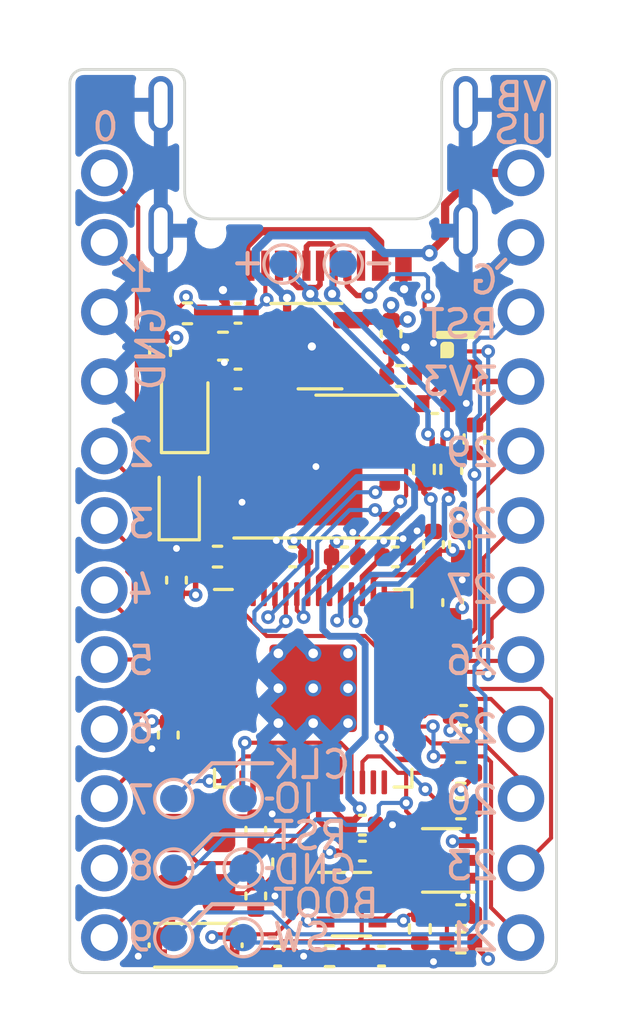
<source format=kicad_pcb>
(kicad_pcb (version 20211014) (generator pcbnew)
  (title_block (title "Sea Picro") (date "2022-03-07") (rev "0.2") (company "Josh Johnson"))
  (layers (0 "F.Cu" signal) (1 "In1.Cu" signal) (2 "In2.Cu" signal) (31 "B.Cu" signal) (34 "B.Paste" user) (35 "F.Paste" user) (36 "B.SilkS" user "B.Silkscreen") (37 "F.SilkS" user "F.Silkscreen") (38 "B.Mask" user) (39 "F.Mask" user) (44 "Edge.Cuts" user))
  (net 0 "")
  (net 1 "GND")
  (net 4 "+5V")
  (net 5 "VBUS")
  (net 6 "Net-(D2-Pad2)")
  (net 7 "+3V3")
  (net 8 "/nRST")
  (net 9 "Net-(C6-Pad2)")
  (net 10 "Net-(C7-Pad2)")
  (net 11 "+1V1")
  (net 12 "Net-(D1-Pad2)")
  (net 14 "/LED_DO")
  (net 15 "/9")
  (net 16 "/8")
  (net 17 "/7")
  (net 18 "/6")
  (net 19 "/5")
  (net 20 "/4")
  (net 21 "/3_SCL1")
  (net 22 "/2_SDA1")
  (net 23 "/1_RX0")
  (net 24 "/0_TX0")
  (net 25 "/A3")
  (net 26 "/A2")
  (net 27 "/A1")
  (net 28 "/A0")
  (net 29 "/22_SCK")
  (net 30 "/20_MISO")
  (net 31 "/23_MOSI")
  (net 32 "/21_nCS")
  (net 33 "/FLASH_nCS")
  (net 34 "/USB+")
  (net 35 "/USB-")
  (net 36 "Net-(R9-Pad2)")
  (net 37 "/SWDCLK")
  (net 38 "/SWDIO")
  (net 40 "/FLASH_SD1")
  (net 41 "/FLASH_SD2")
  (net 42 "/FLASH_SD0")
  (net 43 "/FLASH_SCK")
  (net 44 "/FLASH_SD3")
  (net 56 "/D+")
  (net 57 "/D-")
  (net 58 "/SWITCH")
  (net 59 "Net-(Q1-Pad5)")
  (net 60 "Net-(C19-Pad1)")
  (net 61 "Net-(R1-Pad2)")
  (net 62 "Net-(R2-Pad2)")
  (net 63 "Net-(R13-Pad1)")
  (net 64 "/BOOT")
  (footprint "josh-connectors:USB_C_TYPE-C-31-M-14_COMPACT" (layer "F.Cu") (at 126.2 79.11 180)
    (fp_text reference "J1" hide)
    (fp_text value "USB_C_Receptacle_USB2.0")
    (fp_line (start -4.7 3.8) (end -4.7 -0.15) (layer "Edge.Cuts") (width 0.1))
    (fp_line (start -3.7 -1.15) (end 3.7 -1.15) (layer "Edge.Cuts") (width 0.1))
    (fp_line (start 4.7 3.8) (end 4.7 -0.15) (layer "Edge.Cuts") (width 0.1))
    (fp_arc (start 3.7 -1.15) (mid 4.407107 -0.857107) (end 4.7 -0.15) (layer "Edge.Cuts") (width 0.1))
    (fp_arc (start -4.7 -0.15) (mid -4.407107 -0.857107) (end -3.7 -1.15) (layer "Edge.Cuts") (width 0.1))
  )
  (footprint "josh-connectors:Castellated_Short_P2.54x12" (layer "F.Cu") (at 133.8 78.58)
    (fp_text reference "J3" hide)
    (fp_text value "0.1\" x 12")
  )
  (footprint "josh-connectors:Castellated_Short_P2.54x12" (layer "F.Cu") (at 118.56 106.52 180)
    (fp_text reference "J2" hide)
    (fp_text value "0.1\" x 12")
  )
  (footprint "Capacitor_SMD:C_0402_1005Metric" (layer "F.Cu") (at 124.9 107.2)
    (fp_text reference "C19" hide)
    (fp_text value "4u7")
  )
  (footprint "Capacitor_SMD:C_0402_1005Metric" (layer "F.Cu") (at 131.55 92.16 90)
    (fp_text reference "C10" hide)
    (fp_text value "100n")
  )
  (footprint "Capacitor_SMD:C_0402_1005Metric" (layer "F.Cu") (at 128 103.36)
    (fp_text reference "C8" hide)
    (fp_text value "100n")
  )
  (footprint "Capacitor_SMD:C_0402_1005Metric" (layer "F.Cu") (at 120.9 99.12 -90)
    (fp_text reference "C11" hide)
    (fp_text value "100n")
  )
  (footprint "Package_TO_SOT_SMD:SOT-23-5" (layer "F.Cu") (at 126.45 84.91)
    (fp_text reference "U1" hide)
    (fp_text value "AP2112K-3.3")
  )
  (footprint "josh-buttons-switches:SW_Push_1P1T_NO_HYP_1TS026A-1000-0550-CT" (layer "F.Cu") (at 121.9 106.8 180)
    (fp_text reference "SW1" hide)
    (fp_text value "RESET")
  )
  (footprint "Resistor_SMD:R_0402_1005Metric" (layer "F.Cu") (at 122.7 92.6)
    (fp_text reference "R10" hide)
    (fp_text value "10K")
  )
  (footprint "Resistor_SMD:R_0402_1005Metric" (layer "F.Cu") (at 125.1 103.8 90)
    (fp_text reference "R9" hide)
    (fp_text value "1K")
  )
  (footprint "Resistor_SMD:R_0402_1005Metric" (layer "F.Cu") (at 130.25 89.41 -90)
    (fp_text reference "R7" hide)
    (fp_text value "27R")
  )
  (footprint "Capacitor_SMD:C_0402_1005Metric" (layer "F.Cu") (at 129.05 84.46 -90)
    (fp_text reference "C2" hide)
    (fp_text value "4u7")
  )
  (footprint "Package_SON:WSON-8-1EP_6x5mm_P1.27mm_EP3.4x4.3mm" (layer "F.Cu") (at 126.3 89.31)
    (fp_text reference "U3" hide)
    (fp_text value "W25Q128JVPIQ")
  )
  (footprint "Resistor_SMD:R_0402_1005Metric" (layer "F.Cu") (at 132.1 88.3 -90)
    (fp_text reference "R4" hide)
    (fp_text value "5K1")
  )
  (footprint "Capacitor_SMD:C_0402_1005Metric" (layer "F.Cu") (at 121.2 93.46 90)
    (fp_text reference "C15" hide)
    (fp_text value "100n")
  )
  (footprint "Capacitor_SMD:C_0402_1005Metric" (layer "F.Cu") (at 124.1 105 90)
    (fp_text reference "C7" hide)
    (fp_text value "15p")
  )
  (footprint "Resistor_SMD:R_0402_1005Metric" (layer "F.Cu") (at 131.6 101.8)
    (fp_text reference "R15" hide)
    (fp_text value "1K")
  )
  (footprint "Capacitor_SMD:C_0402_1005Metric" (layer "F.Cu") (at 127.35 92.61 180)
    (fp_text reference "C12" hide)
    (fp_text value "2u2")
  )
  (footprint "Capacitor_SMD:C_0402_1005Metric" (layer "F.Cu") (at 128.7 107.2)
    (fp_text reference "C5" hide)
    (fp_text value "4u7")
  )
  (footprint "Capacitor_SMD:C_0402_1005Metric" (layer "F.Cu") (at 123.45 86.11 180)
    (fp_text reference "C1" hide)
    (fp_text value "4u7")
  )
  (footprint "Resistor_SMD:R_0402_1005Metric" (layer "F.Cu") (at 131.6 100.5 180)
    (fp_text reference "R12" hide)
    (fp_text value "5K1")
  )
  (footprint "Resistor_SMD:R_0402_1005Metric" (layer "F.Cu") (at 131.6 106.7 180)
    (fp_text reference "R5" hide)
    (fp_text value "5K1")
  )
  (footprint "Resistor_SMD:R_0402_1005Metric" (layer "F.Cu") (at 129.4 86)
    (fp_text reference "R1" hide)
    (fp_text value "5K1")
  )
  (footprint "Resistor_SMD:R_0402_1005Metric" (layer "F.Cu") (at 131.6 105.7)
    (fp_text reference "R11" hide)
    (fp_text value "100K")
  )
  (footprint "josh-passives-smt:Fuse_0603_1608Metric" (layer "F.Cu") (at 122.9 84.91)
    (fp_text reference "F1" hide)
    (fp_text value "500mA")
  )
  (footprint "Package_TO_SOT_SMD:SOT-363_SC-70-6" (layer "F.Cu") (at 127.6 105.3)
    (fp_text reference "Q1" hide)
    (fp_text value "FDG6335N")
  )
  (footprint "Capacitor_SMD:C_0402_1005Metric" (layer "F.Cu") (at 124.1 102.6 -90)
    (fp_text reference "C6" hide)
    (fp_text value "15p")
  )
  (footprint "josh-dfn-qfn:RP2040-QFN-56" (layer "F.Cu") (at 126.2 97.41)
    (fp_text reference "U4" hide)
    (fp_text value "RP2040")
  )
  (footprint "Resistor_SMD:R_0402_1005Metric" (layer "F.Cu") (at 130.1 106.2 -90)
    (fp_text reference "R13" hide)
    (fp_text value "51K")
  )
  (footprint "Resistor_SMD:R_0402_1005Metric" (layer "F.Cu") (at 120.6 85.1 -90)
    (fp_text reference "R3" hide)
    (fp_text value "1K")
  )
  (footprint "Capacitor_SMD:C_0402_1005Metric" (layer "F.Cu") (at 130.65 87.01)
    (fp_text reference "C4" hide)
    (fp_text value "100n")
  )
  (footprint "Capacitor_SMD:C_0402_1005Metric" (layer "F.Cu") (at 129.2 92.61)
    (fp_text reference "C9" hide)
    (fp_text value "2u2")
  )
  (footprint "Capacitor_SMD:C_0402_1005Metric" (layer "F.Cu") (at 128 102.41)
    (fp_text reference "C17" hide)
    (fp_text value "100n")
  )
  (footprint "Capacitor_SMD:C_0402_1005Metric" (layer "F.Cu") (at 131.7 98.4)
    (fp_text reference "C14" hide)
    (fp_text value "100n")
  )
  (footprint "josh-oscillators:Crystal_SMD_3225-4Pin_3.2x2.5mm" (layer "F.Cu") (at 121.9 103.8 90)
    (fp_text reference "Y1" hide)
    (fp_text value "12MHz")
  )
  (footprint "LED_SMD:LED_0603_1608Metric" (layer "F.Cu") (at 121.3 90.5 90)
    (fp_text reference "D2" hide)
    (fp_text value "LED")
  )
  (footprint "Resistor_SMD:R_0402_1005Metric" (layer "F.Cu") (at 121.6 83.71 180)
    (fp_text reference "R2" hide)
    (fp_text value "5K1")
  )
  (footprint "Capacitor_SMD:C_0402_1005Metric" (layer "F.Cu") (at 125.45 92.61 180)
    (fp_text reference "C18" hide)
    (fp_text value "100n")
  )
  (footprint "Diode_SMD:D_SOD-323" (layer "F.Cu") (at 121.5 87.3 90)
    (fp_text reference "D1" hide)
    (fp_text value "B5817WS")
  )
  (footprint "Package_TO_SOT_SMD:SOT-363_SC-70-6" (layer "F.Cu") (at 130.9 103.7 180)
    (fp_text reference "Q2" hide)
    (fp_text value "FDG6335N")
  )
  (footprint "Capacitor_SMD:C_0402_1005Metric" (layer "F.Cu") (at 130.6 92.16 90)
    (fp_text reference "C13" hide)
    (fp_text value "100n")
  )
  (footprint "josh-led:WS2812C-2020" (layer "F.Cu") (at 131.4 84.8 90)
    (fp_text reference "D3" hide)
    (fp_text value "WS2812C-2020")
  )
  (footprint "Capacitor_SMD:C_0402_1005Metric" (layer "F.Cu") (at 123.45 83.71 180)
    (fp_text reference "C3" hide)
    (fp_text value "4u7")
  )
  (footprint "Capacitor_SMD:C_0402_1005Metric" (layer "F.Cu") (at 131.3 94.28 90)
    (fp_text reference "C16" hide)
    (fp_text value "100n")
  )
  (footprint "Resistor_SMD:R_0402_1005Metric" (layer "F.Cu") (at 126.8 107.2 180)
    (fp_text reference "R14" hide)
    (fp_text value "100K")
  )
  (footprint "Resistor_SMD:R_0402_1005Metric" (layer "F.Cu") (at 131.25 89.41 -90)
    (fp_text reference "R8" hide)
    (fp_text value "27R")
  )
  (footprint "TestPoint:TestPoint_Pad_D1.0mm" (layer "B.Cu") (at 121.1 103.98 180)
    (fp_text reference "TP7" hide)
    (fp_text value "nRST")
  )
  (footprint "TestPoint:TestPoint_Pad_D1.0mm" (layer "B.Cu") (at 121.1 106.52 180)
    (fp_text reference "TP8" hide)
    (fp_text value "BOOT")
  )
  (footprint "TestPoint:TestPoint_Pad_D1.0mm" (layer "B.Cu") (at 121.1 101.44 180)
    (fp_text reference "TP3" hide)
    (fp_text value "SWDCLK")
  )
  (footprint "TestPoint:TestPoint_Pad_D1.0mm" (layer "B.Cu") (at 123.64 101.44 180)
    (fp_text reference "TP4" hide)
    (fp_text value "SWDIO")
  )
  (footprint "TestPoint:TestPoint_Pad_D1.0mm" (layer "B.Cu") (at 127.3 81.91 180)
    (fp_text reference "TP1" hide)
    (fp_text value "-")
  )
  (footprint "TestPoint:TestPoint_Pad_D1.0mm" (layer "B.Cu") (at 123.64 106.52 180)
    (fp_text reference "TP5" hide)
    (fp_text value "SWITCH")
  )
  (footprint "TestPoint:TestPoint_Pad_D1.0mm" (layer "B.Cu") (at 123.64 103.98 180)
    (fp_text reference "TP6" hide)
    (fp_text value "GND")
  )
  (footprint "TestPoint:TestPoint_Pad_D1.0mm" (layer "B.Cu") (at 125.1 81.91 180)
    (fp_text reference "TP2" hide)
    (fp_text value "+")
  )
  (footprint "josh-logos:OSHW_Logo_3.6x3.6_F.Mask" (layer "B.Cu") (at 129.6 104 180)
    (fp_text reference "LOGO1" hide)
    (fp_text value "Logo_Open_Hardware_Small" hide)
  )
  (gr_line (start 119.625 82.125) (end 119.2 81.7) (layer "B.SilkS") (width 0.15))
  (gr_line (start 122.5 100.15) (end 121.8 100.85) (layer "B.SilkS") (width 0.15))
  (gr_line (start 124.7 105.3) (end 122.5 105.3) (layer "B.SilkS") (width 0.15))
  (gr_line (start 122.5 102.75) (end 121.8 103.45) (layer "B.SilkS") (width 0.15))
  (gr_line (start 122.5 105.3) (end 121.8 106) (layer "B.SilkS") (width 0.15))
  (gr_line (start 124.5 101.44) (end 124.7 101.44) (layer "B.SilkS") (width 0.15))
  (gr_line (start 124.5 103.98) (end 124.7 103.98) (layer "B.SilkS") (width 0.15))
  (gr_line (start 132.92619 82.05) (end 133.22619 81.75) (layer "B.SilkS") (width 0.15))
  (gr_line (start 124.6 106.52) (end 124.8 106.52) (layer "B.SilkS") (width 0.15))
  (gr_line (start 124.7 102.75) (end 122.5 102.75) (layer "B.SilkS") (width 0.15))
  (gr_line (start 124.7 100.15) (end 122.5 100.15) (layer "B.SilkS") (width 0.15))
  (gr_line (start 117.3 75.3) (end 117.3 107.3) (layer "Edge.Cuts") (width 0.1))
  (gr_line (start 117.8 107.8) (end 134.6 107.8) (layer "Edge.Cuts") (width 0.1))
  (gr_line (start 131.4 74.8) (end 134.6 74.8) (layer "Edge.Cuts") (width 0.1))
  (gr_line (start 121 74.8) (end 117.8 74.8) (layer "Edge.Cuts") (width 0.1))
  (gr_arc (start 130.9 75.3) (mid 131.046447 74.946447) (end 131.4 74.8) (layer "Edge.Cuts") (width 0.1))
  (gr_arc (start 117.3 75.3) (mid 117.446447 74.946447) (end 117.8 74.8) (layer "Edge.Cuts") (width 0.1))
  (gr_line (start 135.1 107.3) (end 135.1 75.3) (layer "Edge.Cuts") (width 0.1))
  (gr_arc (start 135.1 107.3) (mid 134.953553 107.653553) (end 134.6 107.8) (layer "Edge.Cuts") (width 0.1))
  (gr_arc (start 134.6 74.8) (mid 134.953553 74.946447) (end 135.1 75.3) (layer "Edge.Cuts") (width 0.1))
  (gr_arc (start 117.8 107.8) (mid 117.446447 107.653553) (end 117.3 107.3) (layer "Edge.Cuts") (width 0.1))
  (gr_arc (start 121 74.8) (mid 121.353553 74.946447) (end 121.5 75.3) (layer "Edge.Cuts") (width 0.1))
  (gr_text "23" (at 132.004762 103.9) (layer "B.SilkS") (effects (font (size 1 1)) (justify mirror)))
  (gr_text "21" (at 132.004762 106.5) (layer "B.SilkS") (effects (font (size 1 1)) (justify mirror)))
  (gr_text "GND" (at 120.26631 85 90) (layer "B.SilkS") (effects (font (size 1 1)) (justify mirror)))
  (gr_text "SW" (at 125.785714 106.52) (layer "B.SilkS") (effects (font (size 1 1)) (justify mirror)))
  (gr_text "27" (at 132.004762 93.8) (layer "B.SilkS") (effects (font (size 1 1)) (justify mirror)))
  (gr_text "G" (at 132.457143 82.5) (layer "B.SilkS") (effects (font (size 1 1)) (justify mirror)))
  (gr_text "4" (at 119.9 93.8) (layer "B.SilkS") (effects (font (size 1 1)) (justify mirror)))
  (gr_text "7" (at 119.9 101.5) (layer "B.SilkS") (effects (font (size 1 1)) (justify mirror)))
  (gr_text "9" (at 119.9 106.5) (layer "B.SilkS") (effects (font (size 1 1)) (justify mirror)))
  (gr_text "1" (at 119.9 82.4) (layer "B.SilkS") (effects (font (size 1 1)) (justify mirror)))
  (gr_text "BOOT" (at 126.666666 105.28) (layer "B.SilkS") (effects (font (size 1 1)) (justify mirror)))
  (gr_text "3" (at 119.9 91.4) (layer "B.SilkS") (effects (font (size 1 1)) (justify mirror)))
  (gr_text "RST" (at 126.095238 102.8) (layer "B.SilkS") (effects (font (size 1 1)) (justify mirror)))
  (gr_text "US" (at 133.8 77) (layer "B.SilkS") (effects (font (size 1 1)) (justify mirror)))
  (gr_text "28" (at 132.004762 91.4) (layer "B.SilkS") (effects (font (size 1 1)) (justify mirror)))
  (gr_text "RST" (at 131.6 84.1) (layer "B.SilkS") (effects (font (size 1 1)) (justify mirror)))
  (gr_text "29" (at 132.004762 88.8) (layer "B.SilkS") (effects (font (size 1 1)) (justify mirror)))
  (gr_text "VB" (at 133.8 75.8) (layer "B.SilkS") (effects (font (size 1 1)) (justify mirror)))
  (gr_text "+" (at 123.8 81.81) (layer "B.SilkS") (effects (font (size 1 1)) (justify mirror)))
  (gr_text "CLK" (at 126.142857 100.2) (layer "B.SilkS") (effects (font (size 1 1)) (justify mirror)))
  (gr_text "26" (at 132.004762 96.4) (layer "B.SilkS") (effects (font (size 1 1)) (justify mirror)))
  (gr_text "IO" (at 125.5 101.44) (layer "B.SilkS") (effects (font (size 1 1)) (justify mirror)))
  (gr_text "5" (at 119.9 96.4) (layer "B.SilkS") (effects (font (size 1 1)) (justify mirror)))
  (gr_text "GND" (at 126.261904 104.04) (layer "B.SilkS") (effects (font (size 1 1)) (justify mirror)))
  (gr_text "8" (at 119.9 103.9) (layer "B.SilkS") (effects (font (size 1 1)) (justify mirror)))
  (gr_text "0" (at 118.6 76.9) (layer "B.SilkS") (effects (font (size 1 1)) (justify mirror)))
  (gr_text "2" (at 119.9 88.8) (layer "B.SilkS") (effects (font (size 1 1)) (justify mirror)))
  (gr_text "20" (at 132.004762 101.5) (layer "B.SilkS") (effects (font (size 1 1)) (justify mirror)))
  (gr_text "-" (at 128.6 81.81) (layer "B.SilkS") (effects (font (size 1 1)) (justify mirror)))
  (gr_text "22" (at 132.004762 98.9) (layer "B.SilkS") (effects (font (size 1 1)) (justify mirror)))
  (gr_text "6" (at 119.9 98.9) (layer "B.SilkS") (effects (font (size 1 1)) (justify mirror)))
  (gr_text "3V3" (at 131.57619 86.2) (layer "B.SilkS") (effects (font (size 1 1)) (justify mirror)))
  (segment (start 121.3 91.9) (end 121.3 91.2875) (width 0.2) (layer "F.Cu") (net 1))
  (segment (start 128.89 86) (end 128.89 85.71) (width 0.2) (layer "F.Cu") (net 1))
  (segment (start 131.649529 93.450471) (end 131.651967 93.450471) (width 0.2) (layer "F.Cu") (net 1))
  (segment (start 124.97 92.129503) (end 124.850497 92.01) (width 0.2) (layer "F.Cu") (net 1))
  (segment (start 126.65 104.65) (end 125.85 104.65) (width 0.2) (layer "F.Cu") (net 1))
  (segment (start 131.79 87.01) (end 131.8 87) (width 0.2) (layer "F.Cu") (net 1))
  (segment (start 125.3125 84.91) (end 126.140045 84.91) (width 0.3) (layer "F.Cu") (net 1))
  (segment (start 132.11 105.7) (end 132.11 105.41) (width 0.2) (layer "F.Cu") (net 1))
  (segment (start 127.83 92.61) (end 127.83 91.89) (width 0.2) (layer "F.Cu") (net 1))
  (segment (start 121.05 104.9) (end 121.099998 104.949998) (width 0.2) (layer "F.Cu") (net 1))
  (segment (start 131.3 93.8) (end 131.649529 93.450471) (width 0.2) (layer "F.Cu") (net 1))
  (segment (start 121.2 92) (end 121.3 91.9) (width 0.2) (layer "F.Cu") (net 1))
  (segment (start 120.575 106.4) (end 120.575 106.775) (width 0.2) (layer "F.Cu") (net 1))
  (segment (start 121.2 92.3) (end 121.2 92) (width 0.2) (layer "F.Cu") (net 1))
  (segment (start 131.85 104.85) (end 131.7 105) (width 0.2) (layer "F.Cu") (net 1))
  (segment (start 120.575 106.775) (end 120.575 107.2) (width 0.2) (layer "F.Cu") (net 1))
  (segment (start 123.33 102.12) (end 122.75 102.7) (width 0.2) (layer "F.Cu") (net 1))
  (segment (start 125.5 105) (end 124.8 105) (width 0.2) (layer "F.Cu") (net 1))
  (segment (start 129.68 92.61) (end 129.68 92.140001) (width 0.2) (layer "F.Cu") (net 1))
  (segment (start 124.58 102.12) (end 124.7 102) (width 0.2) (layer "F.Cu") (net 1))
  (segment (start 121.05 105.925) (end 120.575 106.4) (width 0.2) (layer "F.Cu") (net 1))
  (segment (start 127.64 104.2) (end 127.5 104.2) (width 0.2) (layer "F.Cu") (net 1))
  (segment (start 120.575 107.2) (end 119.8 107.2) (width 0.2) (layer "F.Cu") (net 1))
  (segment (start 122.97 86.11) (end 122.97 85.53) (width 0.3) (layer "F.Cu") (net 1))
  (segment (start 132.11 105.41) (end 131.7 105) (width 0.2) (layer "F.Cu") (net 1))
  (segment (start 128.48 103.36) (end 127.64 104.2) (width 0.2) (layer "F.Cu") (net 1))
  (segment (start 122.9 81.97) (end 122.9 82.86) (width 0.3) (layer "F.Cu") (net 1))
  (segment (start 129.5 81.97) (end 129.5 82.805304) (width 0.3) (layer "F.Cu") (net 1))
  (segment (start 129.7 107.2) (end 129.9 107.4) (width 0.2) (layer "F.Cu") (net 1))
  (segment (start 121.2 92.98) (end 121.2 92.3) (width 0.2) (layer "F.Cu") (net 1))
  (segment (start 122.9 83.21) (end 123 83.31) (width 0.3) (layer "F.Cu") (net 1))
  (segment (start 129.09 102.41) (end 129.1 102.4) (width 0.2) (layer "F.Cu") (net 1))
  (segment (start 123.6 90.616046) (end 123.596977 90.613023) (width 0.2) (layer "F.Cu") (net 1))
  (segment (start 125.2 101.5) (end 124.7 102) (width 0.2) (layer "F.Cu") (net 1))
  (segment (start 128.48 102.41) (end 129.09 102.41) (width 0.2) (layer "F.Cu") (net 1))
  (segment (start 130.57 91.68) (end 130.55 91.66) (width 0.2) (layer "F.Cu") (net 1))
  (segment (start 130.85 84.55) (end 130.6 84.8) (width 0.2) (layer "F.Cu") (net 1))
  (segment (start 125.38 107.2) (end 125.8 107.2) (width 0.2) (layer "F.Cu") (net 1))
  (segment (start 124.1 102.12) (end 124.58 102.12) (width 0.2) (layer "F.Cu") (net 1))
  (segment (start 128.49 102.4) (end 128.48 102.41) (width 0.2) (layer "F.Cu") (net 1))
  (segment (start 129.75 103.05) (end 129.1 102.4) (width 0.2) (layer "F.Cu") (net 1))
  (segment (start 129.95 103.05) (end 129.75 103.05) (width 0.2) (layer "F.Cu") (net 1))
  (segment (start 129.05 84.94) (end 129.06713 84.95713) (width 0.3) (layer "F.Cu") (net 1))
  (segment (start 129.75 85.01) (end 129.69713 84.95713) (width 0.2) (layer "F.Cu") (net 1))
  (segment (start 127.83 91.89) (end 127.65 91.71) (width 0.2) (layer "F.Cu") (net 1))
  (segment (start 130.55 91.66) (end 130 91.66) (width 0.2) (layer "F.Cu") (net 1))
  (segment (start 121.05 104.9) (end 121.05 105.925) (width 0.2) (layer "F.Cu") (net 1))
  (segment (start 120.3195 99.6) (end 120.2995 99.62) (width 0.2) (layer "F.Cu") (net 1))
  (segment (start 123 83.68) (end 122.97 83.71) (width 0.3) (layer "F.Cu") (net 1))
  (segment (start 129.21 107.2) (end 129.7 107.2) (width 0.2) (layer "F.Cu") (net 1))
  (segment (start 125.8 107.2) (end 126.32 107.2) (width 0.2) (layer "F.Cu") (net 1))
  (segment (start 128.89 85.71) (end 129.05 85.55) (width 0.2) (layer "F.Cu") (net 1))
  (segment (start 124.1 105.48) (end 124.58 105) (width 0.2) (layer "F.Cu") (net 1))
  (segment (start 130.85 83.9) (end 130.85 84.55) (width 0.2) (layer "F.Cu") (net 1))
  (segment (start 122.9 82.86) (end 122.9 83.21) (width 0.3) (layer "F.Cu") (net 1))
  (segment (start 122.97 83.71) (end 122.11 83.71) (width 0.3) (layer "F.Cu") (net 1))
  (segment (start 129.06713 84.95713) (end 129.5755 84.95713) (width 0.3) (layer "F.Cu") (net 1))
  (segment (start 129.5 82.805304) (end 129.524613 82.829917) (width 0.3) (layer "F.Cu") (net 1))
  (segment (start 129.05 85.55) (end 129.05 84.94) (width 0.2) (layer "F.Cu") (net 1))
  (segment (start 131.55 91.68) (end 131.55 91.16) (width 0.2) (layer "F.Cu") (net 1))
  (segment (start 123.6 91.215) (end 123.6 90.616046) (width 0.2) (layer "F.Cu") (net 1))
  (segment (start 131.9 98.68) (end 132.18 98.4) (width 0.2) (layer "F.Cu") (net 1))
  (segment (start 124.58 105) (end 124.8 105) (width 0.2) (layer "F.Cu") (net 1))
  (segment (start 129.9 107.4) (end 130.6 107.4) (width 0.2) (layer "F.Cu") (net 1))
  (segment (start 129.68 92.140001) (end 129.485672 91.945673) (width 0.2) (layer "F.Cu") (net 1))
  (segment (start 125.2 100.8475) (end 125.2 101.5) (width 0.2) (layer "F.Cu") (net 1))
  (segment (start 131.9 98.950999) (end 131.9 98.68) (width 0.2) (layer "F.Cu") (net 1))
  (segment (start 124.97 92.61) (end 124.97 92.129503) (width 0.2) (layer "F.Cu") (net 1))
  (segment (start 126.140045 84.91) (end 126.151561 84.921516) (width 0.3) (layer "F.Cu") (net 1))
  (segment (start 125.85 104.65) (end 125.5 105) (width 0.2) (layer "F.Cu") (net 1))
  (segment (start 123 83.31) (end 123 83.68) (width 0.3) (layer "F.Cu") (net 1))
  (segment (start 131.85 104.35) (end 131.85 104.85) (width 0.2) (layer "F.Cu") (net 1))
  (segment (start 120.9 99.6) (end 120.3195 99.6) (width 0.2) (layer "F.Cu") (net 1))
  (segment (start 129.69713 84.95713) (end 129.5755 84.95713) (width 0.2) (layer "F.Cu") (net 1))
  (segment (start 122.97 85.53) (end 122.95 85.51) (width 0.3) (layer "F.Cu") (net 1))
  (segment (start 125.2 98.96) (end 124.925 98.685) (width 0.2) (layer "F.Cu") (net 1))
  (segment (start 131.13 87.01) (end 131.79 87.01) (width 0.2) (layer "F.Cu") (net 1))
  (segment (start 124.1 102.12) (end 123.33 102.12) (width 0.2) (layer "F.Cu") (net 1))
  (via (at 124.7 102) (size 0.5) (drill 0.25) (layers "F.Cu" "B.Cu") (net 1))
  (via (at 130.6 84.8) (size 0.5) (drill 0.25) (layers "F.Cu" "B.Cu") (net 1))
  (via (at 122.95 85.51) (size 0.5) (drill 0.25) (layers "F.Cu" "B.Cu") (net 1))
  (via (at 131.8 87) (size 0.5) (drill 0.25) (layers "F.Cu" "B.Cu") (net 1))
  (via (at 129.485672 91.945673) (size 0.5) (drill 0.25) (layers "F.Cu" "B.Cu") (net 1))
  (via (at 125.85 107.2) (size 0.5) (drill 0.25) (layers "F.Cu" "B.Cu") (net 1))
  (via (at 126.3 89.31) (size 0.5) (drill 0.25) (layers "F.Cu" "B.Cu") (net 1))
  (via (at 120.2995 99.62) (size 0.5) (drill 0.25) (layers "F.Cu" "B.Cu") (net 1))
  (via (at 126.151561 84.921516) (size 0.6) (drill 0.3) (layers "F.Cu" "B.Cu") (net 1))
  (via (at 127.65 91.71) (size 0.5) (drill 0.25) (layers "F.Cu" "B.Cu") (net 1))
  (via (at 122.9 82.86) (size 0.6) (drill 0.3) (layers "F.Cu" "B.Cu") (net 1))
  (via (at 119.8 107.2) (size 0.5) (drill 0.25) (layers "F.Cu" "B.Cu") (net 1))
  (via (at 129.5755 84.95713) (size 0.6) (drill 0.3) (layers "F.Cu" "B.Cu") (net 1))
  (via (at 130.6 107.4) (size 0.5) (drill 0.25) (layers "F.Cu" "B.Cu") (net 1))
  (via (at 130 91.66) (size 0.5) (drill 0.25) (layers "F.Cu" "B.Cu") (net 1))
  (via (at 131.7 105) (size 0.5) (drill 0.25) (layers "F.Cu" "B.Cu") (net 1))
  (via (at 131.9 98.950999) (size 0.5) (drill 0.25) (layers "F.Cu" "B.Cu") (net 1))
  (via (at 131.55 91.16) (size 0.5) (drill 0.25) (layers "F.Cu" "B.Cu") (net 1))
  (via (at 127.5 104.2) (size 0.5) (drill 0.25) (layers "F.Cu" "B.Cu") (net 1))
  (via (at 121.2 92.3) (size 0.5) (drill 0.25) (layers "F.Cu" "B.Cu") (net 1))
  (via (at 131.651967 93.450471) (size 0.5) (drill 0.25) (layers "F.Cu" "B.Cu") (net 1))
  (via (at 129.1 102.4) (size 0.5) (drill 0.25) (layers "F.Cu" "B.Cu") (net 1))
  (via (at 124.8 105) (size 0.5) (drill 0.25) (layers "F.Cu" "B.Cu") (net 1))
  (via (at 123.596977 90.613023) (size 0.5) (drill 0.25) (layers "F.Cu" "B.Cu") (net 1))
  (via (at 129.524613 82.829917) (size 0.6) (drill 0.3) (layers "F.Cu" "B.Cu") (net 1))
  (via (at 124.850497 92.01) (size 0.5) (drill 0.25) (layers "F.Cu" "B.Cu") (net 1))
  (segment (start 124.18 85.86) (end 125.3125 85.86) (width 0.3) (layer "F.Cu") (net 4))
  (segment (start 126.15 83.96) (end 125.3125 83.96) (width 0.3) (layer "F.Cu") (net 4))
  (segment (start 125.245413 83.892913) (end 125.245413 83.146994) (width 0.3) (layer "F.Cu") (net 4))
  (segment (start 121.94452 86.85548) (end 123.18452 86.85548) (width 0.3) (layer "F.Cu") (net 4))
  (segment (start 121.5 87.3) (end 121.94452 86.85548) (width 0.3) (layer "F.Cu") (net 4))
  (segment (start 131.02548 79.73452) (end 132.18 78.58) (width 0.3) (layer "F.Cu") (net 4))
  (segment (start 126.2 85.86) (end 126.8 85.26) (width 0.3) (layer "F.Cu") (net 4))
  (segment (start 126.8 85.26) (end 126.8 84.61) (width 0.3) (layer "F.Cu") (net 4))
  (segment (start 132.18 78.58) (end 133.8 78.58) (width 0.3) (layer "F.Cu") (net 4))
  (segment (start 131.02548 80.93452) (end 131.02548 79.73452) (width 0.3) (layer "F.Cu") (net 4))
  (segment (start 123.93 86.11) (end 124.18 85.86) (width 0.3) (layer "F.Cu") (net 4))
  (segment (start 125.3125 83.96) (end 125.245413 83.892913) (width 0.3) (layer "F.Cu") (net 4))
  (segment (start 126.8 84.61) (end 126.15 83.96) (width 0.3) (layer "F.Cu") (net 4))
  (segment (start 130.45 81.51) (end 131.02548 80.93452) (width 0.3) (layer "F.Cu") (net 4))
  (segment (start 125.3125 85.86) (end 126.2 85.86) (width 0.3) (layer "F.Cu") (net 4))
  (segment (start 123.18452 86.85548) (end 123.93 86.11) (width 0.3) (layer "F.Cu") (net 4))
  (segment (start 121.5 88.35) (end 121.5 87.3) (width 0.3) (layer "F.Cu") (net 4))
  (via (at 130.45 81.51) (size 0.6) (drill 0.3) (layers "F.Cu" "B.Cu") (net 4))
  (via (at 125.245413 83.146994) (size 0.6) (drill 0.3) (layers "F.Cu" "B.Cu") (net 4))
  (segment (start 128.8 81.51) (end 130.45 81.51) (width 0.3) (layer "B.Cu") (net 4))
  (segment (start 128.15 80.86) (end 128.8 81.51) (width 0.3) (layer "B.Cu") (net 4))
  (segment (start 124.400499 82.560499) (end 124.1 82.26) (width 0.3) (layer "B.Cu") (net 4))
  (segment (start 124.1 81.41) (end 124.65 80.86) (width 0.3) (layer "B.Cu") (net 4))
  (segment (start 124.1 82.26) (end 124.1 81.41) (width 0.3) (layer "B.Cu") (net 4))
  (segment (start 124.65 80.86) (end 128.15 80.86) (width 0.3) (layer "B.Cu") (net 4))
  (segment (start 125.214107 83.146994) (end 124.627612 82.560499) (width 0.3) (layer "B.Cu") (net 4))
  (segment (start 124.627612 82.560499) (end 124.400499 82.560499) (width 0.3) (layer "B.Cu") (net 4))
  (segment (start 125.245413 83.146994) (end 125.214107 83.146994) (width 0.3) (layer "B.Cu") (net 4))
  (segment (start 123.75 83.01) (end 123.75 81.97) (width 0.3) (layer "F.Cu") (net 5))
  (segment (start 124.3 80.71) (end 128.25 80.71) (width 0.3) (layer "F.Cu") (net 5))
  (segment (start 123.93 84.6675) (end 123.6875 84.91) (width 0.3) (layer "F.Cu") (net 5))
  (segment (start 123.9 83.16) (end 123.75 83.01) (width 0.3) (layer "F.Cu") (net 5))
  (segment (start 123.93 83.71) (end 123.93 84.6675) (width 0.3) (layer "F.Cu") (net 5))
  (segment (start 123.93 83.71) (end 123.9 83.68) (width 0.3) (layer "F.Cu") (net 5))
  (segment (start 123.75 81.26) (end 124.3 80.71) (width 0.3) (layer "F.Cu") (net 5))
  (segment (start 128.65 81.11) (end 128.65 81.97) (width 0.3) (layer "F.Cu") (net 5))
  (segment (start 128.25 80.71) (end 128.65 81.11) (width 0.3) (layer "F.Cu") (net 5))
  (segment (start 123.9 83.68) (end 123.9 83.16) (width 0.3) (layer "F.Cu") (net 5))
  (segment (start 123.75 81.97) (end 123.75 81.26) (width 0.3) (layer "F.Cu") (net 5))
  (segment (start 120.6 89.0125) (end 121.3 89.7125) (width 0.15) (layer "F.Cu") (net 6))
  (segment (start 120.6 85.61) (end 120.6 89.0125) (width 0.15) (layer "F.Cu") (net 6))
  (segment (start 127.52 103.36) (end 126.4 102.24) (width 0.2) (layer "F.Cu") (net 7))
  (segment (start 120.327456 98.64) (end 120.2995 98.612044) (width 0.2) (layer "F.Cu") (net 7))
  (segment (start 132.4 86.2) (end 133.8 86.2) (width 0.2) (layer "F.Cu") (net 7))
  (segment (start 130.78 86.4) (end 130.17 87.01) (width 0.2) (layer "F.Cu") (net 7))
  (segment (start 130.88 92.36) (end 131.3 92.36) (width 0.2) (layer "F.Cu") (net 7))
  (segment (start 130.78668 98.300499) (end 130.786485 98.300304) (width 0.2) (layer "F.Cu") (net 7))
  (segment (start 122.19 93.11) (end 121.9 93.4) (width 0.2) (layer "F.Cu") (net 7))
  (segment (start 126.8 93.9725) (end 126.8 93.16) (width 0.2) (layer "F.Cu") (net 7))
  (segment (start 132.11 106.81) (end 132.6 107.3) (width 0.2) (layer "F.Cu") (net 7))
  (segment (start 131.95 85.75) (end 132.4 86.2) (width 0.2) (layer "F.Cu") (net 7))
  (segment (start 121.56 98.64) (end 120.9 98.64) (width 0.2) (layer "F.Cu") (net 7))
  (segment (start 131.55 92.66) (end 131.55 92.64) (width 0.2) (layer "F.Cu") (net 7))
  (segment (start 129.8875 93.9725) (end 130.7 93.16) (width 0.2) (layer "F.Cu") (net 7))
  (segment (start 128.564284 93.26) (end 129.98 93.26) (width 0.2) (layer "F.Cu") (net 7))
  (segment (start 126.8 93.16) (end 126.8 92.68) (width 0.2) (layer "F.Cu") (net 7))
  (segment (start 120.6 84.59) (end 121.19 84.59) (width 0.2) (layer "F.Cu") (net 7))
  (segment (start 132.4 86.2) (end 132.2 86.4) (width 0.2) (layer "F.Cu") (net 7))
  (segment (start 126.87 92.61) (end 126.87 92.228901) (width 0.2) (layer "F.Cu") (net 7))
  (segment (start 121.71 94.81) (end 122.7625 94.81) (width 0.2) (layer "F.Cu") (net 7))
  (segment (start 127.6075 83.98) (end 127.5875 83.96) (width 0.3) (layer "F.Cu") (net 7))
  (segment (start 130.372683 98.300304) (end 130.372488 98.300499) (width 0.2) (layer "F.Cu") (net 7))
  (segment (start 131.22 98.942243) (end 131.211244 98.950999) (width 0.2) (layer "F.Cu") (net 7))
  (segment (start 132.11 100.5) (end 132.11 100.59) (width 0.2) (layer "F.Cu") (net 7))
  (segment (start 129.6375 94.81) (end 131.25 94.81) (width 0.2) (layer "F.Cu") (net 7))
  (segment (start 131.22 98.4) (end 131.22 98.942243) (width 0.2) (layer "F.Cu") (net 7))
  (segment (start 126.8 92.68) (end 126.87 92.61) (width 0.2) (layer "F.Cu") (net 7))
  (segment (start 121.2 93.94) (end 121.84 93.94) (width 0.2) (layer "F.Cu") (net 7))
  (segment (start 131.3 92.39) (end 131.3 92.36) (width 0.2) (layer "F.Cu") (net 7))
  (segment (start 127.52 103.36) (end 126.84 103.36) (width 0.2) (layer "F.Cu") (net 7))
  (segment (start 126.87 92.228901) (end 127.058296 92.040605) (width 0.2) (layer "F.Cu") (net 7))
  (segment (start 130.248928 98.41) (end 129.6375 98.41) (width 0.2) (layer "F.Cu") (net 7))
  (segment (start 126.4 93.9725) (end 126.4 93.36) (width 0.2) (layer "F.Cu") (net 7))
  (segment (start 131.22 98.4) (end 131.120499 98.300499) (width 0.2) (layer "F.Cu") (net 7))
  (segment (start 131.55 92.64) (end 131.3 92.39) (width 0.2) (layer "F.Cu") (net 7))
  (segment (start 126.4 93.36) (end 126.6 93.16) (width 0.2) (layer "F.Cu") (net 7))
  (segment (start 129.05 83.98) (end 129.604944 83.98) (width 0.3) (layer "F.Cu") (net 7))
  (segment (start 130.7 93.16) (end 131.05 93.16) (width 0.2) (layer "F.Cu") (net 7))
  (segment (start 129.775 87.405) (end 129 87.405) (width 0.2) (layer "F.Cu") (net 7))
  (segment (start 131.3 94.76) (end 131.35 94.76) (width 0.2) (layer "F.Cu") (net 7))
  (segment (start 129.604944 83.98) (end 129.652596 83.932348) (width 0.3) (layer "F.Cu") (net 7))
  (segment (start 121.2 94.3) (end 121.71 94.81) (width 0.2) (layer "F.Cu") (net 7))
  (segment (start 130.17 87.01) (end 129.775 87.405) (width 0.2) (layer "F.Cu") (net 7))
  (segment (start 132.2 86.4) (end 130.78 86.4) (width 0.2) (layer "F.Cu") (net 7))
  (segment (start 130.6 92.64) (end 130.88 92.36) (width 0.2) (layer "F.Cu") (net 7))
  (segment (start 132.21 87.79) (end 133.8 86.2) (width 0.2) (layer "F.Cu") (net 7))
  (segment (start 132.1 87.79) (end 132.21 87.79) (width 0.2) (layer "F.Cu") (net 7))
  (segment (start 126.84 103.36) (end 126.8 103.4) (width 0.2) (layer "F.Cu") (net 7))
  (segment (start 121.79 98.41) (end 121.56 98.64) (width 0.2) (layer "F.Cu") (net 7))
  (segment (start 130.786485 98.300304) (end 130.372683 98.300304) (width 0.2) (layer "F.Cu") (net 7))
  (segment (start 122.7625 98.41) (end 121.79 98.41) (width 0.2) (layer "F.Cu") (net 7))
  (segment (start 122.19 92.4) (end 122.19 93.11) (width 0.2) (layer "F.Cu") (net 7))
  (segment (start 126.6 93.16) (end 126.8 93.16) (width 0.2) (layer "F.Cu") (net 7))
  (segment (start 132.11 106.7) (end 132.11 106.81) (width 0.2) (layer "F.Cu") (net 7))
  (segment (start 128.4 93.9725) (end 128.4 93.424284) (width 0.2) (layer "F.Cu") (net 7))
  (segment (start 121.19 84.59) (end 121.2 84.6) (width 0.2) (layer "F.Cu") (net 7))
  (segment (start 129.98 93.26) (end 130.6 92.64) (width 0.2) (layer "F.Cu") (net 7))
  (segment (start 126.4 102.24) (end 126.4 100.8475) (width 0.2) (layer "F.Cu") (net 7))
  (segment (start 121.2 93.94) (end 121.2 94.3) (width 0.2) (layer "F.Cu") (net 7))
  (segment (start 131.120499 98.300499) (end 130.78668 98.300499) (width 0.2) (layer "F.Cu") (net 7))
  (segment (start 131.35 94.76) (end 131.65 94.46) (width 0.2) (layer "F.Cu") (net 7))
  (segment (start 121.9 93.4) (end 121.9 94) (width 0.2) (layer "F.Cu") (net 7))
  (segment (start 129.05 83.98) (end 127.6075 83.98) (width 0.3) (layer "F.Cu") (net 7))
  (segment (start 132.11 100.59) (end 131.6 101.1) (width 0.2) (layer "F.Cu") (net 7))
  (segment (start 131.25 94.81) (end 131.3 94.76) (width 0.2) (layer "F.Cu") (net 7))
  (segment (start 120.9 98.64) (end 120.327456 98.64) (width 0.2) (layer "F.Cu") (net 7))
  (segment (start 129.05 83.98) (end 129.05 83.41) (width 0.3) (layer "F.Cu") (net 7))
  (segment (start 128.8 93.9725) (end 129.8875 93.9725) (width 0.2) (layer "F.Cu") (net 7))
  (segment (start 130.372488 98.300499) (end 130.358429 98.300499) (width 0.2) (layer "F.Cu") (net 7))
  (segment (start 130.358429 98.300499) (end 130.248928 98.41) (width 0.2) (layer "F.Cu") (net 7))
  (segment (start 128.4 93.424284) (end 128.564284 93.26) (width 0.2) (layer "F.Cu") (net 7))
  (segment (start 121.84 93.94) (end 121.9 94) (width 0.2) (layer "F.Cu") (net 7))
  (segment (start 131.05 93.16) (end 131.55 92.66) (width 0.2) (layer "F.Cu") (net 7))
  (via (at 131.3 92.36) (size 0.5) (drill 0.25) (layers "F.Cu" "B.Cu") (net 7))
  (via (at 126.8 103.4) (size 0.5) (drill 0.25) (layers "F.Cu" "B.Cu") (net 7))
  (via (at 121.2 84.6) (size 0.5) (drill 0.25) (layers "F.Cu" "B.Cu") (net 7))
  (via (at 129.05 83.41) (size 0.6) (drill 0.3) (layers "F.Cu" "B.Cu") (net 7))
  (via (at 132.6 107.3) (size 0.5) (drill 0.25) (layers "F.Cu" "B.Cu") (net 7))
  (via (at 131.211244 98.950999) (size 0.5) (drill 0.25) (layers "F.Cu" "B.Cu") (net 7))
  (via (at 121.9 94) (size 0.5) (drill 0.25) (layers "F.Cu" "B.Cu") (net 7))
  (via (at 131.65 94.46) (size 0.5) (drill 0.25) (layers "F.Cu" "B.Cu") (net 7))
  (via (at 127.058296 92.040605) (size 0.5) (drill 0.25) (layers "F.Cu" "B.Cu") (net 7))
  (via (at 120.2995 98.612044) (size 0.5) (drill 0.25) (layers "F.Cu" "B.Cu") (net 7))
  (via (at 131.6 101.1) (size 0.5) (drill 0.25) (layers "F.Cu" "B.Cu") (net 7))
  (via (at 129.652596 83.932348) (size 0.6) (drill 0.3) (layers "F.Cu" "B.Cu") (net 7))
  (segment (start 129.3 100.5) (end 129.6 100.5) (width 0.15) (layer "F.Cu") (net 8))
  (segment (start 128 100.8475) (end 128 100.1) (width 0.15) (layer "F.Cu") (net 8))
  (segment (start 130.499511 104.275489) (end 130.499511 102.625489) (width 0.15) (layer "F.Cu") (net 8))
  (segment (start 130.425 104.35) (end 130.499511 104.275489) (width 0.15) (layer "F.Cu") (net 8))
  (segment (start 130.1 102.4) (end 129.6 101.9) (width 0.15) (layer "F.Cu") (net 8))
  (segment (start 129.95 104.35) (end 130.425 104.35) (width 0.15) (layer "F.Cu") (net 8))
  (segment (start 129.6 101.9) (end 129.6 100.5) (width 0.15) (layer "F.Cu") (net 8))
  (segment (start 129.6 100.5) (end 131.09 100.5) (width 0.15) (layer "F.Cu") (net 8))
  (segment (start 128.2 99.9) (end 128.7 99.9) (width 0.15) (layer "F.Cu") (net 8))
  (segment (start 130.274022 102.4) (end 130.1 102.4) (width 0.15) (layer "F.Cu") (net 8))
  (segment (start 128.7 99.9) (end 129.3 100.5) (width 0.15) (layer "F.Cu") (net 8))
  (segment (start 128 100.1) (end 128.2 99.9) (width 0.15) (layer "F.Cu") (net 8))
  (segment (start 130.499511 102.625489) (end 130.274022 102.4) (width 0.15) (layer "F.Cu") (net 8))
  (via (at 129.6 101.6) (size 0.5) (drill 0.25) (layers "F.Cu" "B.Cu") (net 8))
  (segment (start 128.6 102) (end 128.6 101.7) (width 0.15) (layer "B.Cu") (net 8))
  (segment (start 121.1 103.98) (end 121.82 103.98) (width 0.15) (layer "B.Cu") (net 8))
  (segment (start 127.4 102.4) (end 128.2 102.4) (width 0.15) (layer "B.Cu") (net 8))
  (segment (start 121.82 103.98) (end 123 102.8) (width 0.15) (layer "B.Cu") (net 8))
  (segment (start 128.6 101.7) (end 128.7 101.6) (width 0.15) (layer "B.Cu") (net 8))
  (segment (start 125.7 102.8) (end 126.3 102.2) (width 0.15) (layer "B.Cu") (net 8))
  (segment (start 128.2 102.4) (end 128.6 102) (width 0.15) (layer "B.Cu") (net 8))
  (segment (start 128.7 101.6) (end 129.6 101.6) (width 0.15) (layer "B.Cu") (net 8))
  (segment (start 127.2 102.2) (end 127.4 102.4) (width 0.15) (layer "B.Cu") (net 8))
  (segment (start 123 102.8) (end 125.7 102.8) (width 0.15) (layer "B.Cu") (net 8))
  (segment (start 126.3 102.2) (end 127.2 102.2) (width 0.15) (layer "B.Cu") (net 8))
  (segment (start 122 103.8) (end 121.05 102.85) (width 0.15) (layer "F.Cu") (net 9))
  (segment (start 121.05 102.85) (end 121.05 102.7) (width 0.15) (layer "F.Cu") (net 9))
  (segment (start 123.4 103.8) (end 122 103.8) (width 0.15) (layer "F.Cu") (net 9))
  (segment (start 125.6 100.8475) (end 125.6 102) (width 0.15) (layer "F.Cu") (net 9))
  (segment (start 124.1 103.08) (end 124.1 103.1) (width 0.15) (layer "F.Cu") (net 9))
  (segment (start 125.6 102) (end 124.52 103.08) (width 0.15) (layer "F.Cu") (net 9))
  (segment (start 124.52 103.08) (end 124.1 103.08) (width 0.15) (layer "F.Cu") (net 9))
  (segment (start 124.1 103.1) (end 123.4 103.8) (width 0.15) (layer "F.Cu") (net 9))
  (segment (start 124.69 104.31) (end 124.48 104.52) (width 0.15) (layer "F.Cu") (net 10))
  (segment (start 125.1 104.31) (end 124.69 104.31) (width 0.15) (layer "F.Cu") (net 10))
  (segment (start 124.48 104.52) (end 124.1 104.52) (width 0.15) (layer "F.Cu") (net 10))
  (segment (start 122.75 104.9) (end 123.72 104.9) (width 0.15) (layer "F.Cu") (net 10))
  (segment (start 123.72 104.9) (end 124.1 104.52) (width 0.15) (layer "F.Cu") (net 10))
  (segment (start 126 93.9725) (end 126 92.68) (width 0.2) (layer "F.Cu") (net 11))
  (segment (start 127.9 102.03) (end 127.9 101.8) (width 0.25) (layer "F.Cu") (net 11))
  (segment (start 126.8 100.8475) (end 126.8 101.7) (width 0.2) (layer "F.Cu") (net 11))
  (segment (start 127.51 102.41) (end 126.8 101.7) (width 0.2) (layer "F.Cu") (net 11))
  (segment (start 125.93 92.44) (end 125.5 92.01) (width 0.2) (layer "F.Cu") (net 11))
  (segment (start 128.72 92.087734) (end 128.777219 92.030515) (width 0.2) (layer "F.Cu") (net 11))
  (segment (start 125.93 92.61) (end 125.93 92.44) (width 0.2) (layer "F.Cu") (net 11))
  (segment (start 126 92.68) (end 125.93 92.61) (width 0.2) (layer "F.Cu") (net 11))
  (segment (start 128 93.9725) (end 128 93.33) (width 0.2) (layer "F.Cu") (net 11))
  (segment (start 128.72 92.61) (end 128.72 92.087734) (width 0.2) (layer "F.Cu") (net 11))
  (segment (start 127.52 102.41) (end 127.9 102.03) (width 0.25) (layer "F.Cu") (net 11))
  (segment (start 128 93.33) (end 128.72 92.61) (width 0.2) (layer "F.Cu") (net 11))
  (segment (start 127.52 102.41) (end 127.51 102.41) (width 0.2) (layer "F.Cu") (net 11))
  (via (at 125.5 92.01) (size 0.5) (drill 0.25) (layers "F.Cu" "B.Cu") (net 11))
  (via (at 128.777219 92.030515) (size 0.5) (drill 0.25) (layers "F.Cu" "B.Cu") (net 11))
  (via (at 127.9 101.8) (size 0.5) (drill 0.25) (layers "F.Cu" "B.Cu") (net 11))
  (segment (start 127.5 101.4) (end 127.5 99.8) (width 0.25) (layer "B.Cu") (net 11))
  (segment (start 126.55 95.26) (end 126.55 94.257734) (width 0.25) (layer "B.Cu") (net 11))
  (segment (start 128.1 99.2) (end 128.1 95.81) (width 0.25) (layer "B.Cu") (net 11))
  (segment (start 127.5 99.8) (end 128.1 99.2) (width 0.25) (layer "B.Cu") (net 11))
  (segment (start 129.907983 90.067983) (end 129.907983 90.800026) (width 0.25) (layer "B.Cu") (net 11))
  (segment (start 126.8 95.51) (end 126.55 95.26) (width 0.25) (layer "B.Cu") (net 11))
  (segment (start 127.8 89.71) (end 129.55 89.71) (width 0.25) (layer "B.Cu") (net 11))
  (segment (start 129.907983 90.800026) (end 129.600739 91.10727) (width 0.25) (layer "B.Cu") (net 11))
  (segment (start 128.777219 91.91237) (end 128.777219 92.030515) (width 0.25) (layer "B.Cu") (net 11))
  (segment (start 128.1 95.81) (end 127.8 95.51) (width 0.25) (layer "B.Cu") (net 11))
  (segment (start 127.9 101.8) (end 127.5 101.4) (width 0.25) (layer "B.Cu") (net 11))
  (segment (start 129.55 89.71) (end 129.907983 90.067983) (width 0.25) (layer "B.Cu") (net 11))
  (segment (start 129.582319 91.10727) (end 128.777219 91.91237) (width 0.25) (layer "B.Cu") (net 11))
  (segment (start 125.5 92.01) (end 127.8 89.71) (width 0.25) (layer "B.Cu") (net 11))
  (segment (start 127.8 95.51) (end 126.8 95.51) (width 0.25) (layer "B.Cu") (net 11))
  (segment (start 129.600739 91.10727) (end 129.582319 91.10727) (width 0.25) (layer "B.Cu") (net 11))
  (segment (start 126.55 94.257734) (end 128.777219 92.030515) (width 0.25) (layer "B.Cu") (net 11))
  (segment (start 122.1125 84.91) (end 121.5 85.5225) (width 0.3) (layer "F.Cu") (net 12))
  (segment (start 121.5 85.5225) (end 121.5 86.25) (width 0.3) (layer "F.Cu") (net 12))
  (segment (start 129.6375 96.81) (end 132.51 96.81) (width 0.15) (layer "F.Cu") (net 14))
  (segment (start 131.5 85.1) (end 132.6 85.1) (width 0.15) (layer "F.Cu") (net 14))
  (segment (start 130.85 85.75) (end 131.5 85.1) (width 0.15) (layer "F.Cu") (net 14))
  (segment (start 132.51 96.81) (end 132.6 96.9) (width 0.15) (layer "F.Cu") (net 14))
  (via (at 132.6 96.9) (size 0.5) (drill 0.25) (layers "F.Cu" "B.Cu") (net 14))
  (via (at 132.6 85.1) (size 0.5) (drill 0.25) (layers "F.Cu" "B.Cu") (net 14))
  (segment (start 132.6 96.9) (end 132.6 85.1) (width 0.15) (layer "B.Cu") (net 14))
  (segment (start 132.550489 96.850489) (end 132.6 96.9) (width 0.15) (layer "B.Cu") (net 14))
  (segment (start 121.3 100.5) (end 121.8 100) (width 0.15) (layer "F.Cu") (net 15))
  (segment (start 120.6 100.5) (end 121.3 100.5) (width 0.15) (layer "F.Cu") (net 15))
  (segment (start 121.8 99.4) (end 121.99 99.21) (width 0.15) (layer "F.Cu") (net 15))
  (segment (start 120.029794 105.050206) (end 120.029794 101.070206) (width 0.15) (layer "F.Cu") (net 15))
  (segment (start 121.8 100) (end 121.8 99.4) (width 0.15) (layer "F.Cu") (net 15))
  (segment (start 121.99 99.21) (end 122.7625 99.21) (width 0.15) (layer "F.Cu") (net 15))
  (segment (start 120.029794 101.070206) (end 120.6 100.5) (width 0.15) (layer "F.Cu") (net 15))
  (segment (start 118.56 106.52) (end 120.029794 105.050206) (width 0.15) (layer "F.Cu") (net 15))
  (segment (start 121.5 99.876428) (end 121.5 99.2) (width 0.15) (layer "F.Cu") (net 16))
  (segment (start 118.56 103.98) (end 119.7 102.84) (width 0.15) (layer "F.Cu") (net 16))
  (segment (start 122.7525 98.8) (end 122.7625 98.81) (width 0.15) (layer "F.Cu") (net 16))
  (segment (start 119.7 102.84) (end 119.7 100.9) (width 0.15) (layer "F.Cu") (net 16))
  (segment (start 119.7 100.9) (end 120.399511 100.200489) (width 0.15) (layer "F.Cu") (net 16))
  (segment (start 121.9 98.8) (end 122.7525 98.8) (width 0.15) (layer "F.Cu") (net 16))
  (segment (start 121.175939 100.200489) (end 121.5 99.876428) (width 0.15) (layer "F.Cu") (net 16))
  (segment (start 121.5 99.2) (end 121.9 98.8) (width 0.15) (layer "F.Cu") (net 16))
  (segment (start 120.399511 100.200489) (end 121.175939 100.200489) (width 0.15) (layer "F.Cu") (net 16))
  (segment (start 119.7 100.3) (end 118.56 101.44) (width 0.15) (layer "F.Cu") (net 17))
  (segment (start 122.7625 98.01) (end 120.29 98.01) (width 0.15) (layer "F.Cu") (net 17))
  (segment (start 120.29 98.01) (end 119.7 98.6) (width 0.15) (layer "F.Cu") (net 17))
  (segment (start 119.7 98.6) (end 119.7 100.3) (width 0.15) (layer "F.Cu") (net 17))
  (segment (start 122.7625 97.61) (end 119.85 97.61) (width 0.15) (layer "F.Cu") (net 18))
  (segment (start 119.85 97.61) (end 118.56 98.9) (width 0.15) (layer "F.Cu") (net 18))
  (segment (start 118.56 96.36) (end 120.36 96.36) (width 0.15) (layer "F.Cu") (net 19))
  (segment (start 121.21 97.21) (end 122.7625 97.21) (width 0.15) (layer "F.Cu") (net 19))
  (segment (start 120.36 96.36) (end 121.21 97.21) (width 0.15) (layer "F.Cu") (net 19))
  (segment (start 118.56 93.82) (end 118.56 93.96) (width 0.15) (layer "F.Cu") (net 20))
  (segment (start 118.56 93.96) (end 121.41 96.81) (width 0.15) (layer "F.Cu") (net 20))
  (segment (start 121.41 96.81) (end 122.7625 96.81) (width 0.15) (layer "F.Cu") (net 20))
  (segment (start 119.401469 93.14188) (end 119.401468 92.121468) (width 0.15) (layer "F.Cu") (net 21))
  (segment (start 119.401468 92.121468) (end 118.56 91.28) (width 0.15) (layer "F.Cu") (net 21))
  (segment (start 122.7625 96.41) (end 121.543161 96.41) (width 0.15) (layer "F.Cu") (net 21))
  (segment (start 119.634511 93.374922) (end 119.401469 93.14188) (width 0.15) (layer "F.Cu") (net 21))
  (segment (start 119.634511 94.50135) (end 119.634511 93.374922) (width 0.15) (layer "F.Cu") (net 21))
  (segment (start 121.543161 96.41) (end 119.634511 94.50135) (width 0.15) (layer "F.Cu") (net 21))
  (segment (start 121.566733 96.01) (end 119.934021 94.377288) (width 0.15) (layer "F.Cu") (net 22))
  (segment (start 119.934021 93.25086) (end 119.700979 93.017818) (width 0.15) (layer "F.Cu") (net 22))
  (segment (start 119.934021 94.377288) (end 119.934021 93.25086) (width 0.15) (layer "F.Cu") (net 22))
  (segment (start 122.7625 96.01) (end 121.566733 96.01) (width 0.15) (layer "F.Cu") (net 22))
  (segment (start 119.700979 93.017818) (end 119.700978 89.880978) (width 0.15) (layer "F.Cu") (net 22))
  (segment (start 119.700978 89.880978) (end 118.56 88.74) (width 0.15) (layer "F.Cu") (net 22))
  (segment (start 120.000489 89.156539) (end 120.00049 92.893757) (width 0.15) (layer "F.Cu") (net 23))
  (segment (start 120.233532 93.126799) (end 120.233532 94.253227) (width 0.15) (layer "F.Cu") (net 23))
  (segment (start 118.56 81.12) (end 119.750489 82.310489) (width 0.15) (layer "F.Cu") (net 23))
  (segment (start 121.590305 95.61) (end 122.7625 95.61) (width 0.15) (layer "F.Cu") (net 23))
  (segment (start 120.233532 94.253227) (end 121.590305 95.61) (width 0.15) (layer "F.Cu") (net 23))
  (segment (start 120.00049 92.893757) (end 120.233532 93.126799) (width 0.15) (layer "F.Cu") (net 23))
  (segment (start 119.750489 82.310489) (end 119.750489 88.906539) (width 0.15) (layer "F.Cu") (net 23))
  (segment (start 119.750489 88.906539) (end 120.000489 89.156539) (width 0.15) (layer "F.Cu") (net 23))
  (segment (start 119.8 79.82) (end 119.8 81.81) (width 0.15) (layer "F.Cu") (net 24))
  (segment (start 120.05 88.76) (end 120.3 89.01) (width 0.15) (layer "F.Cu") (net 24))
  (segment (start 120.533043 93.002738) (end 120.533043 94.129166) (width 0.15) (layer "F.Cu") (net 24))
  (segment (start 121.613877 95.21) (end 122.7625 95.21) (width 0.15) (layer "F.Cu") (net 24))
  (segment (start 118.56 78.58) (end 119.8 79.82) (width 0.15) (layer "F.Cu") (net 24))
  (segment (start 120.3 89.01) (end 120.3 92.769695) (width 0.15) (layer "F.Cu") (net 24))
  (segment (start 120.3 92.769695) (end 120.533043 93.002738) (width 0.15) (layer "F.Cu") (net 24))
  (segment (start 119.8 81.81) (end 120.05 82.06) (width 0.15) (layer "F.Cu") (net 24))
  (segment (start 120.05 82.06) (end 120.05 88.76) (width 0.15) (layer "F.Cu") (net 24))
  (segment (start 120.533043 94.129166) (end 121.613877 95.21) (width 0.15) (layer "F.Cu") (net 24))
  (segment (start 130.7 95.41) (end 130.5 95.21) (width 0.15) (layer "F.Cu") (net 25))
  (segment (start 131.95 95.41) (end 130.7 95.41) (width 0.15) (layer "F.Cu") (net 25))
  (segment (start 133.8 88.771047) (end 132.126467 90.44458) (width 0.15) (layer "F.Cu") (net 25))
  (segment (start 130.5 95.21) (end 129.6375 95.21) (width 0.15) (layer "F.Cu") (net 25))
  (segment (start 132.126467 90.44458) (end 132.126467 95.233533) (width 0.15) (layer "F.Cu") (net 25))
  (segment (start 132.126467 95.233533) (end 131.95 95.41) (width 0.15) (layer "F.Cu") (net 25))
  (segment (start 133.8 88.74) (end 133.8 88.771047) (width 0.15) (layer "F.Cu") (net 25))
  (segment (start 130.45 95.61) (end 130.55 95.71) (width 0.15) (layer "F.Cu") (net 26))
  (segment (start 130.55 95.71) (end 132.073572 95.71) (width 0.15) (layer "F.Cu") (net 26))
  (segment (start 132.425978 95.357594) (end 132.425978 92.925978) (width 0.15) (layer "F.Cu") (net 26))
  (segment (start 133.8 91.28) (end 132.425978 92.654022) (width 0.15) (layer "F.Cu") (net 26))
  (segment (start 132.073572 95.71) (end 132.425978 95.357594) (width 0.15) (layer "F.Cu") (net 26))
  (segment (start 132.425978 92.654022) (end 132.425978 92.925978) (width 0.15) (layer "F.Cu") (net 26))
  (segment (start 129.6375 95.61) (end 130.45 95.61) (width 0.15) (layer "F.Cu") (net 26))
  (segment (start 132.725489 94.894511) (end 133.8 93.82) (width 0.15) (layer "F.Cu") (net 27))
  (segment (start 132.25 96.01) (end 132.725489 95.534511) (width 0.15) (layer "F.Cu") (net 27))
  (segment (start 132.725489 95.534511) (end 132.725489 94.894511) (width 0.15) (layer "F.Cu") (net 27))
  (segment (start 129.6375 96.01) (end 132.25 96.01) (width 0.15) (layer "F.Cu") (net 27))
  (segment (start 129.6375 96.41) (end 133.75 96.41) (width 0.15) (layer "F.Cu") (net 28))
  (segment (start 133.75 96.41) (end 133.8 96.36) (width 0.15) (layer "F.Cu") (net 28))
  (segment (start 133.8 98.9) (end 132.7 97.8) (width 0.15) (layer "F.Cu") (net 29))
  (segment (start 130.4 97.8) (end 130.19 98.01) (width 0.15) (layer "F.Cu") (net 29))
  (segment (start 132.7 97.8) (end 130.4 97.8) (width 0.15) (layer "F.Cu") (net 29))
  (segment (start 130.19 98.01) (end 129.6375 98.01) (width 0.15) (layer "F.Cu") (net 29))
  (segment (start 133.8 100.776428) (end 133.8 101.44) (width 0.15) (layer "F.Cu") (net 30))
  (segment (start 130.525499 99.425499) (end 132.449071 99.425499) (width 0.15) (layer "F.Cu") (net 30))
  (segment (start 129.6375 99.21) (end 130.31 99.21) (width 0.15) (layer "F.Cu") (net 30))
  (segment (start 130.31 99.21) (end 130.525499 99.425499) (width 0.15) (layer "F.Cu") (net 30))
  (segment (start 132.449071 99.425499) (end 133.8 100.776428) (width 0.15) (layer "F.Cu") (net 30))
  (segment (start 130.166428 97.61) (end 130.341917 97.434511) (width 0.15) (layer "F.Cu") (net 31))
  (segment (start 130.341917 97.434511) (end 134.534511 97.434511) (width 0.15) (layer "F.Cu") (net 31))
  (segment (start 129.6375 97.61) (end 130.166428 97.61) (width 0.15) (layer "F.Cu") (net 31))
  (segment (start 134.534511 97.434511) (end 134.9 97.8) (width 0.15) (layer "F.Cu") (net 31))
  (segment (start 134.9 102.88) (end 133.8 103.98) (width 0.15) (layer "F.Cu") (net 31))
  (segment (start 134.9 97.8) (end 134.9 102.88) (width 0.15) (layer "F.Cu") (net 31))
  (segment (start 130.6 99.9) (end 132.5 99.9) (width 0.15) (layer "F.Cu") (net 32))
  (segment (start 132.70452 105.42452) (end 133.8 106.52) (width 0.15) (layer "F.Cu") (net 32))
  (segment (start 129.6375 98.81) (end 130.569389 98.81) (width 0.15) (layer "F.Cu") (net 32))
  (segment (start 132.5 99.9) (end 132.70452 100.10452) (width 0.15) (layer "F.Cu") (net 32))
  (segment (start 130.569389 98.81) (end 130.579584 98.799805) (width 0.15) (layer "F.Cu") (net 32))
  (segment (start 132.70452 100.10452) (end 132.70452 105.42452) (width 0.15) (layer "F.Cu") (net 32))
  (via (at 130.6 99.9) (size 0.5) (drill 0.25) (layers "F.Cu" "B.Cu") (net 32))
  (via (at 130.579584 98.799805) (size 0.5) (drill 0.25) (layers "F.Cu" "B.Cu") (net 32))
  (segment (start 130.6 98.820221) (end 130.579584 98.799805) (width 0.15) (layer "B.Cu") (net 32))
  (segment (start 130.6 99.9) (end 130.6 98.820221) (width 0.15) (layer "B.Cu") (net 32))
  (segment (start 122.7 92.09) (end 122.7 89.155) (width 0.15) (layer "F.Cu") (net 33))
  (segment (start 128.1 95.5) (end 128.7 96.1) (width 0.15) (layer "F.Cu") (net 33))
  (segment (start 122.975 87.885) (end 123.455 87.405) (width 0.15) (layer "F.Cu") (net 33))
  (segment (start 123.6 93.9725) (end 123.6 94.6) (width 0.15) (layer "F.Cu") (net 33))
  (segment (start 123.6 93.9725) (end 123.6 92.99) (width 0.15) (layer "F.Cu") (net 33))
  (segment (start 128.7 96.1) (end 128.7 99.2) (width 0.15) (layer "F.Cu") (net 33))
  (segment (start 123.6 92.99) (end 123.21 92.6) (width 0.15) (layer "F.Cu") (net 33))
  (segment (start 122.7 89.155) (end 122.975 88.88) (width 0.15) (layer "F.Cu") (net 33))
  (segment (start 123.6 94.6) (end 124.5 95.5) (width 0.15) (layer "F.Cu") (net 33))
  (segment (start 123.21 92.6) (end 122.7 92.09) (width 0.15) (layer "F.Cu") (net 33))
  (segment (start 123.455 87.405) (end 123.6 87.405) (width 0.15) (layer "F.Cu") (net 33))
  (segment (start 122.975 88.88) (end 122.975 87.885) (width 0.15) (layer "F.Cu") (net 33))
  (segment (start 124.5 95.5) (end 128.1 95.5) (width 0.15) (layer "F.Cu") (net 33))
  (segment (start 131.09 101.8) (end 131 101.8) (width 0.15) (layer "F.Cu") (net 33))
  (segment (start 131 101.8) (end 130.3 101.1) (width 0.15) (layer "F.Cu") (net 33))
  (via (at 128.7 99.2) (size 0.5) (drill 0.25) (layers "F.Cu" "B.Cu") (net 33))
  (via (at 130.3 101.1) (size 0.5) (drill 0.25) (layers "F.Cu" "B.Cu") (net 33))
  (segment (start 130.3 101.1) (end 128.7 99.5) (width 0.15) (layer "B.Cu") (net 33))
  (segment (start 128.7 99.5) (end 128.7 99.2) (width 0.15) (layer "B.Cu") (net 33))
  (segment (start 126.45 81.97) (end 126.45 82.662934) (width 0.2) (layer "F.Cu") (net 34))
  (segment (start 125.45 82.597493) (end 125.45 81.97) (width 0.2) (layer "F.Cu") (net 34))
  (segment (start 126.343423 82.769511) (end 126.090489 82.769511) (width 0.2) (layer "F.Cu") (net 34))
  (segment (start 126.091656 82.998391) (end 126.091656 82.770678) (width 0.2) (layer "F.Cu") (net 34))
  (segment (start 126.45 82.662934) (end 126.343423 82.769511) (width 0.2) (layer "F.Cu") (net 34))
  (segment (start 130.55 88.6) (end 130.55 88.271435) (width 0.2) (layer "F.Cu") (net 34))
  (segment (start 125.645043 82.769511) (end 125.473025 82.597493) (width 0.2) (layer "F.Cu") (net 34))
  (segment (start 130.55 88.271435) (end 130.4 88.121435) (width 0.2) (layer "F.Cu") (net 34))
  (segment (start 130.25 88.9) (end 130.55 88.6) (width 0.2) (layer "F.Cu") (net 34))
  (segment (start 125.473025 82.597493) (end 125.45 82.597493) (width 0.2) (layer "F.Cu") (net 34))
  (segment (start 126.091656 82.770678) (end 126.090489 82.769511) (width 0.2) (layer "F.Cu") (net 34))
  (segment (start 126.090489 82.769511) (end 125.645043 82.769511) (width 0.2) (layer "F.Cu") (net 34))
  (via (at 130.4 88.121435) (size 0.5) (drill 0.25) (layers "F.Cu" "B.Cu") (net 34))
  (via (at 126.091656 82.998391) (size 0.6) (drill 0.3) (layers "F.Cu" "B.Cu") (net 34))
  (segment (start 130.4 88.121435) (end 130.4 87.306735) (width 0.2) (layer "B.Cu") (net 34))
  (segment (start 126.091656 82.901656) (end 125.1 81.91) (width 0.2) (layer "B.Cu") (net 34))
  (segment (start 130.4 87.306735) (end 126.091656 82.998391) (width 0.2) (layer "B.Cu") (net 34))
  (segment (start 126.091656 82.998391) (end 126.091656 82.901656) (width 0.2) (layer "B.Cu") (net 34))
  (segment (start 125.95 81.270978) (end 126.050489 81.170489) (width 0.2) (layer "F.Cu") (net 35))
  (segment (start 125.95 81.97) (end 125.95 81.270978) (width 0.2) (layer "F.Cu") (net 35))
  (segment (start 130.95 88.271435) (end 131.1 88.121435) (width 0.2) (layer "F.Cu") (net 35))
  (segment (start 126.95 81.270978) (end 126.95 81.97) (width 0.2) (layer "F.Cu") (net 35))
  (segment (start 126.050489 81.170489) (end 126.849511 81.170489) (width 0.2) (layer "F.Cu") (net 35))
  (segment (start 130.95 88.6) (end 130.95 88.271435) (width 0.2) (layer "F.Cu") (net 35))
  (segment (start 126.95 82.940047) (end 126.891656 82.998391) (width 0.2) (layer "F.Cu") (net 35))
  (segment (start 126.95 81.97) (end 126.95 82.940047) (width 0.2) (layer "F.Cu") (net 35))
  (segment (start 131.25 88.9) (end 130.95 88.6) (width 0.2) (layer "F.Cu") (net 35))
  (segment (start 126.849511 81.170489) (end 126.95 81.270978) (width 0.2) (layer "F.Cu") (net 35))
  (via (at 131.1 88.121435) (size 0.5) (drill 0.25) (layers "F.Cu" "B.Cu") (net 35))
  (via (at 126.891656 82.998391) (size 0.6) (drill 0.3) (layers "F.Cu" "B.Cu") (net 35))
  (segment (start 126.891656 82.998391) (end 126.891656 82.318344) (width 0.2) (layer "B.Cu") (net 35))
  (segment (start 131.1 87.258743) (end 126.891656 83.050399) (width 0.2) (layer "B.Cu") (net 35))
  (segment (start 126.891656 83.050399) (end 126.891656 82.998391) (width 0.2) (layer "B.Cu") (net 35))
  (segment (start 126.891656 82.318344) (end 127.3 81.91) (width 0.2) (layer "B.Cu") (net 35))
  (segment (start 131.1 88.121435) (end 131.1 87.258743) (width 0.2) (layer "B.Cu") (net 35))
  (segment (start 126 102.4) (end 126 100.8475) (width 0.15) (layer "F.Cu") (net 36))
  (segment (start 125.11 103.29) (end 126 102.4) (width 0.15) (layer "F.Cu") (net 36))
  (segment (start 125.1 103.29) (end 125.11 103.29) (width 0.15) (layer "F.Cu") (net 36))
  (segment (start 123.2 100.4) (end 122.8 100.8) (width 0.15) (layer "F.Cu") (net 37))
  (segment (start 123.7 99.9) (end 123.2 100.4) (width 0.15) (layer "F.Cu") (net 37))
  (segment (start 126.5 99.9) (end 123.7 99.9) (width 0.15) (layer "F.Cu") (net 37))
  (segment (start 122.8 100.8) (end 122.4 100.8) (width 0.15) (layer "F.Cu") (net 37))
  (segment (start 127.1 99.9) (end 127.2 100) (width 0.15) (layer "F.Cu") (net 37))
  (segment (start 127.2 100) (end 127.2 100.8475) (width 0.15) (layer "F.Cu") (net 37))
  (segment (start 126.5 99.9) (end 127.1 99.9) (width 0.15) (layer "F.Cu") (net 37))
  (via (at 122.4 100.8) (size 0.5) (drill 0.25) (layers "F.Cu" "B.Cu") (net 37))
  (segment (start 121.74 100.8) (end 121.1 101.44) (width 0.15) (layer "B.Cu") (net 37))
  (segment (start 122.4 100.8) (end 121.74 100.8) (width 0.15) (layer "B.Cu") (net 37))
  (segment (start 127.6 100.8475) (end 127.6 99.8) (width 0.15) (layer "F.Cu") (net 38))
  (segment (start 127.6 99.8) (end 127.2 99.4) (width 0.15) (layer "F.Cu") (net 38))
  (segment (start 127.2 99.4) (end 123.7 99.4) (width 0.15) (layer "F.Cu") (net 38))
  (via (at 123.7 99.4) (size 0.5) (drill 0.25) (layers "F.Cu" "B.Cu") (net 38))
  (segment (start 123.64 101.44) (end 123.64 99.46) (width 0.15) (layer "B.Cu") (net 38))
  (segment (start 123.64 99.46) (end 123.7 99.4) (width 0.15) (layer "B.Cu") (net 38))
  (segment (start 123.6 88.678572) (end 123.6 88.675) (width 0.15) (layer "F.Cu") (net 40))
  (segment (start 124 93.9725) (end 124 92.2) (width 0.15) (layer "F.Cu") (net 40))
  (segment (start 124 92.2) (end 123.48952 91.68952) (width 0.15) (layer "F.Cu") (net 40))
  (segment (start 122.999511 89.279061) (end 123.6 88.678572) (width 0.15) (layer "F.Cu") (net 40))
  (segment (start 122.999511 91.483806) (end 122.999511 89.279061) (width 0.15) (layer "F.Cu") (net 40))
  (segment (start 123.205225 91.68952) (end 122.999511 91.483806) (width 0.15) (layer "F.Cu") (net 40))
  (segment (start 123.48952 91.68952) (end 123.205225 91.68952) (width 0.15) (layer "F.Cu") (net 40))
  (segment (start 124.3 90.46) (end 123.785 89.945) (width 0.15) (layer "F.Cu") (net 41))
  (segment (start 123.785 89.945) (end 123.6 89.945) (width 0.15) (layer "F.Cu") (net 41))
  (segment (start 124.3 93.31) (end 124.3 90.46) (width 0.15) (layer "F.Cu") (net 41))
  (segment (start 124.4 93.9725) (end 124.4 93.41) (width 0.15) (layer "F.Cu") (net 41))
  (segment (start 124.4 93.41) (end 124.3 93.31) (width 0.15) (layer "F.Cu") (net 41))
  (segment (start 128.7805 91.215) (end 128.462751 90.897251) (width 0.15) (layer "F.Cu") (net 42))
  (segment (start 124.8 93.9725) (end 124.8 94.56) (width 0.15) (layer "F.Cu") (net 42))
  (segment (start 129 91.215) (end 128.7805 91.215) (width 0.15) (layer "F.Cu") (net 42))
  (segment (start 124.8 94.56) (end 124.55 94.81) (width 0.15) (layer "F.Cu") (net 42))
  (via (at 124.55 94.81) (size 0.5) (drill 0.25) (layers "F.Cu" "B.Cu") (net 42))
  (via (at 128.462751 90.897251) (size 0.5) (drill 0.25) (layers "F.Cu" "B.Cu") (net 42))
  (segment (start 126.34951 92.078346) (end 127.530605 90.897251) (width 0.15) (layer "B.Cu") (net 42))
  (segment (start 127.530605 90.897251) (end 128.462751 90.897251) (width 0.15) (layer "B.Cu") (net 42))
  (segment (start 126.34951 93.01049) (end 126.34951 92.078346) (width 0.15) (layer "B.Cu") (net 42))
  (segment (start 124.55 94.81) (end 126.34951 93.01049) (width 0.15) (layer "B.Cu") (net 42))
  (segment (start 128.488118 90.247879) (end 128.475753 90.247879) (width 0.15) (layer "F.Cu") (net 43))
  (segment (start 128.790997 89.945) (end 128.488118 90.247879) (width 0.15) (layer "F.Cu") (net 43))
  (segment (start 125.2 93.9725) (end 125.2 94.96) (width 0.15) (layer "F.Cu") (net 43))
  (via (at 128.475753 90.247879) (size 0.5) (drill 0.25) (layers "F.Cu" "B.Cu") (net 43))
  (via (at 125.2 94.96) (size 0.5) (drill 0.25) (layers "F.Cu" "B.Cu") (net 43))
  (segment (start 124.35 95.31) (end 124.05 95.01) (width 0.15) (layer "B.Cu") (net 43))
  (segment (start 124.05 94.61) (end 126.05 92.61) (width 0.15) (layer "B.Cu") (net 43))
  (segment (start 127.756405 90.247879) (end 128.475753 90.247879) (width 0.15) (layer "B.Cu") (net 43))
  (segment (start 124.85 95.31) (end 124.35 95.31) (width 0.15) (layer "B.Cu") (net 43))
  (segment (start 125.2 94.96) (end 124.85 95.31) (width 0.15) (layer "B.Cu") (net 43))
  (segment (start 126.05 91.954284) (end 127.756405 90.247879) (width 0.15) (layer "B.Cu") (net 43))
  (segment (start 124.05 95.01) (end 124.05 94.61) (width 0.15) (layer "B.Cu") (net 43))
  (segment (start 126.05 92.61) (end 126.05 91.954284) (width 0.15) (layer "B.Cu") (net 43))
  (segment (start 129.383482 90.582769) (end 129.59952 90.366731) (width 0.15) (layer "F.Cu") (net 44))
  (segment (start 129.59952 89.10952) (end 129.165 88.675) (width 0.15) (layer "F.Cu") (net 44))
  (segment (start 125.6 94.56) (end 125.85 94.81) (width 0.15) (layer "F.Cu") (net 44))
  (segment (start 129.59952 90.366731) (end 129.59952 89.10952) (width 0.15) (layer "F.Cu") (net 44))
  (segment (start 125.6 93.9725) (end 125.6 94.56) (width 0.15) (layer "F.Cu") (net 44))
  (via (at 125.85 94.81) (size 0.5) (drill 0.25) (layers "F.Cu" "B.Cu") (net 44))
  (via (at 129.383482 90.582769) (size 0.5) (drill 0.25) (layers "F.Cu" "B.Cu") (net 44))
  (segment (start 129.383482 90.647565) (end 129.383482 90.582769) (width 0.15) (layer "B.Cu") (net 44))
  (segment (start 125.85 94.181047) (end 129.383482 90.647565) (width 0.15) (layer "B.Cu") (net 44))
  (segment (start 125.85 94.81) (end 125.85 94.181047) (width 0.15) (layer "B.Cu") (net 44))
  (segment (start 130.25 89.92) (end 130.25 90.248075) (width 0.2) (layer "F.Cu") (net 56))
  (segment (start 127.2 94.81) (end 127.0745 94.9355) (width 0.2) (layer "F.Cu") (net 56))
  (segment (start 127.2 93.9725) (end 127.2 94.81) (width 0.2) (layer "F.Cu") (net 56))
  (segment (start 130.25 90.248075) (end 130.501144 90.499219) (width 0.2) (layer "F.Cu") (net 56))
  (via (at 127.0745 94.9355) (size 0.5) (drill 0.25) (layers "F.Cu" "B.Cu") (net 56))
  (via (at 130.501144 90.499219) (size 0.5) (drill 0.25) (layers "F.Cu" "B.Cu") (net 56))
  (segment (start 130.501144 90.499219) (end 130.6 90.598075) (width 0.2) (layer "B.Cu") (net 56))
  (segment (start 127.2 94.81) (end 127.0745 94.9355) (width 0.2) (layer "B.Cu") (net 56))
  (segment (start 127.2 94.365717) (end 127.2 94.81) (width 0.2) (layer "B.Cu") (net 56))
  (segment (start 129.125245 93.251911) (end 128.313806 93.251911) (width 0.2) (layer "B.Cu") (net 56))
  (segment (start 130.6 90.598075) (end 130.6 91.777156) (width 0.2) (layer "B.Cu") (net 56))
  (segment (start 128.313806 93.251911) (end 127.2 94.365717) (width 0.2) (layer "B.Cu") (net 56))
  (segment (start 130.6 91.777156) (end 129.125245 93.251911) (width 0.2) (layer "B.Cu") (net 56))
  (segment (start 127.6 94.807552) (end 127.75 94.957552) (width 0.2) (layer "F.Cu") (net 57))
  (segment (start 131.25 89.92) (end 131.25 90.399866) (width 0.2) (layer "F.Cu") (net 57))
  (segment (start 131.25 90.399866) (end 131.150647 90.499219) (width 0.2) (layer "F.Cu") (net 57))
  (segment (start 127.6 93.9725) (end 127.6 94.807552) (width 0.2) (layer "F.Cu") (net 57))
  (via (at 131.150647 90.499219) (size 0.5) (drill 0.25) (layers "F.Cu" "B.Cu") (net 57))
  (via (at 127.75 94.957552) (size 0.5) (drill 0.25) (layers "F.Cu" "B.Cu") (net 57))
  (segment (start 127.75 94.957552) (end 127.75 94.31) (width 0.2) (layer "B.Cu") (net 57))
  (segment (start 131 90.649866) (end 131.150647 90.499219) (width 0.2) (layer "B.Cu") (net 57))
  (segment (start 131 91.942844) (end 131 90.649866) (width 0.2) (layer "B.Cu") (net 57))
  (segment (start 128.458578 93.601422) (end 129.341422 93.601422) (width 0.2) (layer "B.Cu") (net 57))
  (segment (start 129.341422 93.601422) (end 131 91.942844) (width 0.2) (layer "B.Cu") (net 57))
  (segment (start 127.75 94.31) (end 128.458578 93.601422) (width 0.2) (layer "B.Cu") (net 57))
  (segment (start 123.225 106.4) (end 124.828466 106.4) (width 0.15) (layer "F.Cu") (net 58))
  (segment (start 126.65 105.3) (end 125.928466 105.3) (width 0.15) (layer "F.Cu") (net 58))
  (segment (start 122.6 106.4) (end 123.225 106.4) (width 0.15) (layer "F.Cu") (net 58))
  (segment (start 124.828466 106.4) (end 125.196619 106.031847) (width 0.15) (layer "F.Cu") (net 58))
  (segment (start 132.1 88.81) (end 132.1 89.6) (width 0.15) (layer "F.Cu") (net 58))
  (segment (start 125.928466 105.3) (end 125.196619 106.031847) (width 0.15) (layer "F.Cu") (net 58))
  (segment (start 123.225 107.2) (end 123.225 106.4) (width 0.15) (layer "F.Cu") (net 58))
  (segment (start 122.5 106.5) (end 122.6 106.4) (width 0.15) (layer "F.Cu") (net 58))
  (via (at 122.5 106.5) (size 0.5) (drill 0.25) (layers "F.Cu" "B.Cu") (net 58))
  (via (at 132.1 89.6) (size 0.5) (drill 0.25) (layers "F.Cu" "B.Cu") (net 58))
  (segment (start 132.5 106.2) (end 132.5 97.7) (width 0.15) (layer "B.Cu") (net 58))
  (segment (start 132.1 85.3) (end 132.1 84.8) (width 0.15) (layer "B.Cu") (net 58))
  (segment (start 132.1 97.3) (end 132.1 96.6) (width 0.15) (layer "B.Cu") (net 58))
  (segment (start 132.3 85.5) (end 132.1 85.3) (width 0.15) (layer "B.Cu") (net 58))
  (segment (start 132.1 87.6) (end 132.3 87.4) (width 0.15) (layer "B.Cu") (net 58))
  (segment (start 132.1 91.3) (end 132.1 89.6) (width 0.15) (layer "B.Cu") (net 58))
  (segment (start 132.1 96.6) (end 132.3 96.4) (width 0.15) (layer "B.Cu") (net 58))
  (segment (start 132.5 97.7) (end 132.1 97.3) (width 0.15) (layer "B.Cu") (net 58))
  (segment (start 132.3 96.4) (end 132.3 91.5) (width 0.15) (layer "B.Cu") (net 58))
  (segment (start 123.64 106.52) (end 122.52 106.52) (width 0.15) (layer "B.Cu") (net 58))
  (segment (start 132.1 84.8) (end 132.3 84.6) (width 0.15) (layer "B.Cu") (net 58))
  (segment (start 132.1 89.6) (end 132.1 87.6) (width 0.15) (layer "B.Cu") (net 58))
  (segment (start 123.64 106.52) (end 123.82 106.7) (width 0.15) (layer "B.Cu") (net 58))
  (segment (start 123.82 106.7) (end 132 106.7) (width 0.15) (layer "B.Cu") (net 58))
  (segment (start 132 106.7) (end 132.5 106.2) (width 0.15) (layer "B.Cu") (net 58))
  (segment (start 132.3 87.4) (end 132.3 85.5) (width 0.15) (layer "B.Cu") (net 58))
  (segment (start 122.52 106.52) (end 122.5 106.5) (width 0.15) (layer "B.Cu") (net 58))
  (segment (start 132.3 91.5) (end 132.1 91.3) (width 0.15) (layer "B.Cu") (net 58))
  (segment (start 132.86 84.6) (end 133.8 83.66) (width 0.15) (layer "B.Cu") (net 58))
  (segment (start 132.3 84.6) (end 132.86 84.6) (width 0.15) (layer "B.Cu") (net 58))
  (segment (start 129.1 105.525) (end 129.1 105.4) (width 0.15) (layer "F.Cu") (net 59))
  (segment (start 129.5 104.9) (end 129.25 104.65) (width 0.15) (layer "F.Cu") (net 59))
  (segment (start 131.09 105.7) (end 131.09 104.89) (width 0.15) (layer "F.Cu") (net 59))
  (segment (start 128.55 105.95) (end 128.675 105.95) (width 0.15) (layer "F.Cu") (net 59))
  (segment (start 129.25 104.65) (end 129.05 104.65) (width 0.15) (layer "F.Cu") (net 59))
  (segment (start 131.09 103.91) (end 131.3 103.7) (width 0.15) (layer "F.Cu") (net 59))
  (segment (start 131.09 104.89) (end 131.09 103.91) (width 0.15) (layer "F.Cu") (net 59))
  (segment (start 131.09 104.89) (end 131.08 104.9) (width 0.15) (layer "F.Cu") (net 59))
  (segment (start 129.05 104.65) (end 129.1 104.7) (width 0.15) (layer "F.Cu") (net 59))
  (segment (start 131.3 103.7) (end 131.85 103.7) (width 0.15) (layer "F.Cu") (net 59))
  (segment (start 128.55 104.65) (end 129.05 104.65) (width 0.15) (layer "F.Cu") (net 59))
  (segment (start 128.675 105.95) (end 129.1 105.525) (width 0.15) (layer "F.Cu") (net 59))
  (segment (start 129.1 105.4) (end 129.1 105.3) (width 0.15) (layer "F.Cu") (net 59))
  (segment (start 129.1 104.7) (end 129.1 105.4) (width 0.15) (layer "F.Cu") (net 59))
  (segment (start 131.09 106.7) (end 131.09 105.7) (width 0.15) (layer "F.Cu") (net 59))
  (segment (start 129.1 105.3) (end 128.55 105.3) (width 0.15) (layer "F.Cu") (net 59))
  (segment (start 131.08 104.9) (end 129.5 104.9) (width 0.15) (layer "F.Cu") (net 59))
  (segment (start 128.19 107.2) (end 128.19 106.71) (width 0.15) (layer "F.Cu") (net 60))
  (segment (start 127.95548 106.65548) (end 127.34452 106.65548) (width 0.15) (layer "F.Cu") (net 60))
  (segment (start 129.95 103.7) (end 129.475 103.7) (width 0.15) (layer "F.Cu") (net 60))
  (segment (start 128.19 106.71) (end 128.24452 106.65548) (width 0.15) (layer "F.Cu") (net 60))
  (segment (start 129.075 104.1) (end 128.2 104.1) (width 0.15) (layer "F.Cu") (net 60))
  (segment (start 130.1 106.71) (end 130.04548 106.65548) (width 0.15) (layer "F.Cu") (net 60))
  (segment (start 127.28 107.2) (end 127.28 106.72) (width 0.15) (layer "F.Cu") (net 60))
  (segment (start 128.24452 106.65548) (end 128.04452 106.65548) (width 0.15) (layer "F.Cu") (net 60))
  (segment (start 129.475 103.7) (end 129.075 104.1) (width 0.15) (layer "F.Cu") (net 60))
  (segment (start 127.34452 106.65548) (end 124.996558 106.65548) (width 0.15) (layer "F.Cu") (net 60))
  (segment (start 128.2 104.1) (end 127.974501 104.325499) (width 0.15) (layer "F.Cu") (net 60))
  (segment (start 127.974501 104.325499) (end 127.974501 106.525499) (width 0.15) (layer "F.Cu") (net 60))
  (segment (start 127.28 106.72) (end 127.34452 106.65548) (width 0.15) (layer "F.Cu") (net 60))
  (segment (start 124.996558 106.65548) (end 124.452038 107.2) (width 0.15) (layer "F.Cu") (net 60))
  (segment (start 127.974501 106.525499) (end 127.9 106.6) (width 0.15) (layer "F.Cu") (net 60))
  (segment (start 124.452038 107.2) (end 124.42 107.2) (width 0.15) (layer "F.Cu") (net 60))
  (segment (start 128.04452 106.65548) (end 127.95548 106.65548) (width 0.15) (layer "F.Cu") (net 60))
  (segment (start 130.04548 106.65548) (end 128.24452 106.65548) (width 0.15) (layer "F.Cu") (net 60))
  (segment (start 130.1 84.3) (end 130.27548 84.12452) (width 0.15) (layer "F.Cu") (net 61))
  (segment (start 129.91 85.59) (end 130.1 85.4) (width 0.15) (layer "F.Cu") (net 61))
  (segment (start 129.91 86) (end 129.91 85.59) (width 0.15) (layer "F.Cu") (net 61))
  (segment (start 130.27548 83.22452) (end 130.4 83.1) (width 0.15) (layer "F.Cu") (net 61))
  (segment (start 127.8 83.06) (end 128.25 83.06) (width 0.2) (layer "F.Cu") (net 61))
  (segment (start 127.45 82.71) (end 127.75 83.01) (width 0.2) (layer "F.Cu") (net 61))
  (segment (start 130.27548 84.12452) (end 130.27548 83.22452) (width 0.15) (layer "F.Cu") (net 61))
  (segment (start 127.75 83.01) (end 127.8 83.06) (width 0.2) (layer "F.Cu") (net 61))
  (segment (start 127.45 81.97) (end 127.45 82.71) (width 0.2) (layer "F.Cu") (net 61))
  (segment (start 130.1 85.4) (end 130.1 84.3) (width 0.15) (layer "F.Cu") (net 61))
  (via (at 128.25 83.06) (size 0.6) (drill 0.3) (layers "F.Cu" "B.Cu") (net 61))
  (via (at 130.4 83.1) (size 0.5) (drill 0.25) (layers "F.Cu" "B.Cu") (net 61))
  (segment (start 130.4 83.1) (end 130.4 82.4) (width 0.15) (layer "B.Cu") (net 61))
  (segment (start 129.029584 82.280416) (end 128.25 83.06) (width 0.15) (layer "B.Cu") (net 61))
  (segment (start 130.4 82.4) (end 130.280416 82.280416) (width 0.15) (layer "B.Cu") (net 61))
  (segment (start 130.280416 82.280416) (end 129.029584 82.280416) (width 0.15) (layer "B.Cu") (net 61))
  (segment (start 124.45 81.97) (end 124.45 83.16) (width 0.15) (layer "F.Cu") (net 62))
  (segment (start 121.55 83.25) (end 121.55 83.11) (width 0.15) (layer "F.Cu") (net 62))
  (segment (start 121.09 83.71) (end 121.55 83.25) (width 0.15) (layer "F.Cu") (net 62))
  (segment (start 124.45 83.16) (end 124.5 83.21) (width 0.15) (layer "F.Cu") (net 62))
  (via (at 124.5 83.21) (size 0.5) (drill 0.25) (layers "F.Cu" "B.Cu") (net 62))
  (via (at 121.55 83.11) (size 0.5) (drill 0.25) (layers "F.Cu" "B.Cu") (net 62))
  (segment (start 121.95 83.51) (end 121.55 83.11) (width 0.15) (layer "B.Cu") (net 62))
  (segment (start 124.2 83.51) (end 121.95 83.51) (width 0.15) (layer "B.Cu") (net 62))
  (segment (start 124.5 83.21) (end 124.2 83.51) (width 0.15) (layer "B.Cu") (net 62))
  (segment (start 130.1 105.69) (end 129.71 105.69) (width 0.15) (layer "F.Cu") (net 63))
  (segment (start 126.65 105.95) (end 126.05 105.95) (width 0.15) (layer "F.Cu") (net 63))
  (segment (start 129.71 105.69) (end 129.5 105.9) (width 0.15) (layer "F.Cu") (net 63))
  (segment (start 126.05 105.95) (end 126 105.9) (width 0.15) (layer "F.Cu") (net 63))
  (via (at 129.5 105.9) (size 0.5) (drill 0.25) (layers "F.Cu" "B.Cu") (net 63))
  (via (at 126 105.9) (size 0.5) (drill 0.25) (layers "F.Cu" "B.Cu") (net 63))
  (segment (start 126 105.9) (end 129.5 105.9) (width 0.15) (layer "B.Cu") (net 63))
  (segment (start 132.11 102.29) (end 131.85 102.55) (width 0.15) (layer "F.Cu") (net 64))
  (segment (start 131.85 103.05) (end 131.35 103.05) (width 0.15) (layer "F.Cu") (net 64))
  (segment (start 131.85 102.55) (end 131.85 103.05) (width 0.15) (layer "F.Cu") (net 64))
  (segment (start 131.35 103.05) (end 131.3 103) (width 0.15) (layer "F.Cu") (net 64))
  (segment (start 132.11 101.8) (end 132.11 102.29) (width 0.15) (layer "F.Cu") (net 64))
  (via (at 131.3 103) (size 0.5) (drill 0.25) (layers "F.Cu" "B.Cu") (net 64))
  (segment (start 121.1 106.52) (end 122.02 105.6) (width 0.15) (layer "B.Cu") (net 64))
  (segment (start 132.2 106) (end 132.2 103.1) (width 0.15) (layer "B.Cu") (net 64))
  (segment (start 132.1 103) (end 131.3 103) (width 0.15) (layer "B.Cu") (net 64))
  (segment (start 122.02 105.6) (end 124.7 105.6) (width 0.15) (layer "B.Cu") (net 64))
  (segment (start 132.2 103.1) (end 132.1 103) (width 0.15) (layer "B.Cu") (net 64))
  (segment (start 131.8 106.4) (end 132.2 106) (width 0.15) (layer "B.Cu") (net 64))
  (segment (start 125.5 106.4) (end 131.8 106.4) (width 0.15) (layer "B.Cu") (net 64))
  (segment (start 124.7 105.6) (end 125.5 106.4) (width 0.15) (layer "B.Cu") (net 64))
  (zone (net 1) (net_name "GND") (layers "In1.Cu" "B.Cu") (connect_pads (clearance 0.2)) (min_thickness 0.254) (fill yes (thermal_gap 0.508) (thermal_bridge_width 0.508))
    (polygon (pts (xy 135.3 107.8) (xy 117.3 107.8) (xy 117.3 74.8) (xy 135.3 74.8)))
  )
)
</source>
